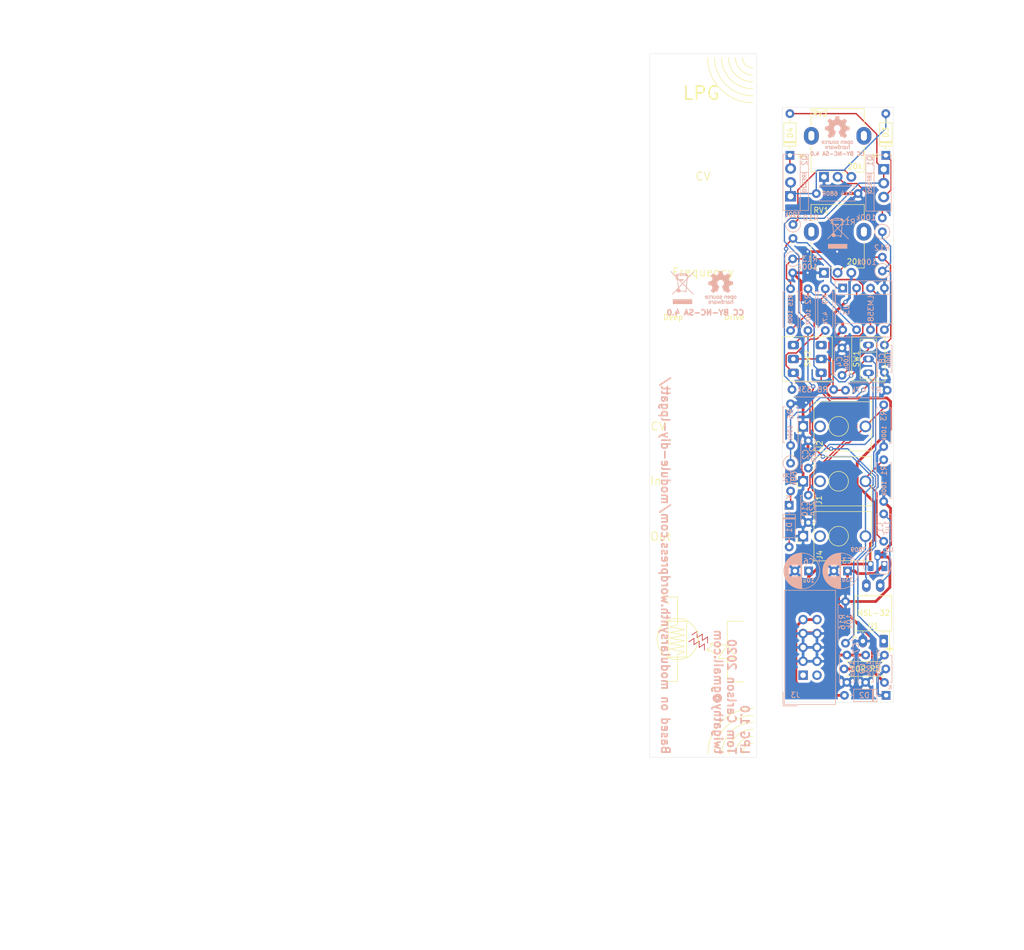
<source format=kicad_pcb>
(kicad_pcb (version 20171130) (host pcbnew "(5.1.4)-1")
  (layers (0 F.Cu signal) (31 B.Cu signal) (34 B.Paste user) (35 F.Paste user) (36 B.SilkS user) (37 F.SilkS user) (38 B.Mask user) (39 F.Mask user) (44 Edge.Cuts user))
  (net 0 "")
  (net 1 "Net-(C1-Pad2)")
  (net 2 "Net-(C1-Pad1)")
  (net 3 Earth)
  (net 4 "Net-(C2-Pad1)")
  (net 5 "Net-(C3-Pad1)")
  (net 6 "Net-(C4-Pad1)")
  (net 7 +9V)
  (net 8 "Net-(C8-Pad1)")
  (net 9 "Net-(C10-Pad1)")
  (net 10 "Net-(D1-Pad2)")
  (net 11 "Net-(D1-Pad1)")
  (net 12 "Net-(D2-Pad2)")
  (net 13 +12V)
  (net 14 "Net-(D3-Pad2)")
  (net 15 "Net-(D3-Pad1)")
  (net 16 "Net-(D4-Pad1)")
  (net 17 "Net-(J4-PadT)")
  (net 18 FREQUENCY)
  (net 19 "Net-(R2-Pad1)")
  (net 20 "Net-(R4-Pad1)")
  (net 21 "Net-(R7-Pad2)")
  (net 22 "Net-(R10-Pad2)")
  (net 23 "Net-(R9-Pad2)")
  (net 24 "Net-(R10-Pad1)")
  (net 25 "Net-(R11-Pad2)")
  (net 26 "Net-(R11-Pad1)")
  (net 27 "Net-(R13-Pad1)")
  (net 28 "Net-(SW1-Pad2)")
  (net 29 "Net-(SW2-Pad6)")
  (net 30 "Net-(J3-Pad2)")
  (net 31 "Net-(J3-Pad1)")
  (module Symbol:WEEE-Logo_4.2x6mm_SilkScreen (layer B.Cu) (at 229.8192 59.8932 180)
    (fp_text reference J26 hide)
    (fp_text value WEEE hide)
  )
  (module Symbol:OSHW-Logo_5.7x6mm_SilkScreen (layer B.Cu) (at 229.7684 41.7068 180)
    (fp_text reference J27 hide)
    (fp_text value OSHW hide)
  )
  (module Symbol:WEEE-Logo_4.2x6mm_SilkScreen (layer B.Cu) (at 201.4728 70.0024 180)
    (fp_text reference J26 hide)
    (fp_text value WEEE hide)
  )
  (module Symbol:OSHW-Logo_5.7x6mm_SilkScreen (layer B.Cu) (at 208.4578 70.0024 180)
    (fp_text reference J27 hide)
    (fp_text value OSHW hide)
  )
  (module Capacitor_THT:C_Disc_D4.7mm_W2.5mm_P5.00mm (layer B.Cu) (at 238.379 142.1765 90)
    (fp_text reference C5 (at 5.588 -1.143 270) (layer B.SilkS) (effects (font (size 0.5 0.5) (thickness 0.1)) (justify mirror)))
    (fp_text value 330n (at 2.54 -1.143 270) (layer B.SilkS) (effects (font (size 0.75 0.75)) (justify mirror)))
    (pad 2 thru_hole circle (at 5 0 90) (size 1.6 1.6) (drill 0.8) (layers *.Cu *.Mask) (net 3 Earth))
    (pad 1 thru_hole circle (at 0 0 90) (size 1.6 1.6) (drill 0.8) (layers *.Cu *.Mask) (net 5 "Net-(C3-Pad1)"))
  )
  (module MountingHole:MountingHole_6mm (layer F.Cu) (at 199.771 83.058)
    (fp_text reference 3 hide)
    (fp_text value MountingHole_6mm)
    (fp_text user Deep (at 0 -7.62) (layer F.SilkS))
    (pad "" np_thru_hole circle (at 0 0) (size 6.1 6.1) (drill 6.1) (layers *.Cu *.Mask))
  )
  (module MountingHole:MountingHole_6mm (layer F.Cu) (at 210.947 83.058)
    (fp_text reference 3 hide)
    (fp_text value MountingHole_6mm)
    (fp_text user Drive (at 0 -7.62) (layer F.SilkS))
    (pad "" np_thru_hole circle (at 0 0) (size 6.1 6.1) (drill 6.1) (layers *.Cu *.Mask))
  )
  (module MountingHole:MountingHole_6mm (layer F.Cu) (at 205.232 59.817)
    (fp_text reference Frequency (at 0 7.3914) (layer F.SilkS) (effects (font (size 1.5 1.5))))
    (fp_text value MountingHole_6mm)
    (pad "" np_thru_hole circle (at 0 0) (size 7.1 7.1) (drill 7.1) (layers *.Cu *.Mask))
  )
  (module MountingHole:MountingHole_6mm (layer F.Cu) (at 205.613 95.4405)
    (fp_text reference 3 hide)
    (fp_text value MountingHole_6mm)
    (pad "" np_thru_hole circle (at 0 0) (size 6.1 6.1) (drill 6.1) (layers *.Cu *.Mask))
  )
  (module MountingHole:MountingHole_6mm (layer F.Cu) (at 205.613 115.57)
    (fp_text reference 5 hide)
    (fp_text value MountingHole_6mm)
    (pad "" np_thru_hole circle (at 0 0) (size 6.1 6.1) (drill 6.1) (layers *.Cu *.Mask))
  )
  (module MountingHole:MountingHole_6mm (layer F.Cu) (at 205.232 42.2275)
    (fp_text reference CV (at 0 7.4676) (layer F.SilkS) (effects (font (size 1.5 1.5))))
    (fp_text value MountingHole_6mm)
    (pad "" np_thru_hole circle (at 0 0) (size 7.1 7.1) (drill 7.1) (layers *.Cu *.Mask))
  )
  (module MountingHole:MountingHole_3.2mm_M3 (layer F.Cu) (at 203.0095 152.781)
    (fp_text reference REF** hide)
    (fp_text value MountingHole_3.2mm_M3)
    (pad "" np_thru_hole oval (at 0 0) (size 6.4 3.2) (drill oval 6.4 3.2) (layers *.Cu *.Mask))
  )
  (module MountingHole:MountingHole_3.2mm_M3 (layer F.Cu) (at 203.0095 30.353)
    (fp_text reference REF** hide)
    (fp_text value MountingHole_3.2mm_M3)
    (pad "" np_thru_hole oval (at 0 0) (size 6.4 3.2) (drill oval 6.4 3.2) (layers *.Cu *.Mask))
  )
  (module MountingHole:MountingHole_6mm (layer F.Cu) (at 205.5495 105.537)
    (fp_text reference 4 hide)
    (fp_text value MountingHole_6mm)
    (pad "" np_thru_hole circle (at 0 0) (size 6.1 6.1) (drill 6.1) (layers *.Cu *.Mask))
  )
  (module Resistor_THT:R_Axial_DIN0207_L6.3mm_D2.5mm_P5.08mm_Vertical (layer B.Cu) (at 221.234 102.108 270)
    (fp_text reference R4 (at 2.7305 0.762 90) (layer B.SilkS) (effects (justify mirror)))
    (fp_text value 68k (at 2.794 -0.635 90) (layer B.SilkS) (effects (justify mirror)))
    (pad 2 thru_hole oval (at 5.08 0 270) (size 1.6 1.6) (drill 0.8) (layers *.Cu *.Mask) (net 11 "Net-(D1-Pad1)"))
    (pad 1 thru_hole circle (at 0 0 270) (size 1.6 1.6) (drill 0.8) (layers *.Cu *.Mask) (net 20 "Net-(R4-Pad1)"))
  )
  (module Resistor_THT:R_Axial_DIN0207_L6.3mm_D2.5mm_P2.54mm_Vertical (layer B.Cu) (at 221.615 64.77 270)
    (fp_text reference R13 (at 0 -3.1115 180) (layer B.SilkS) (effects (justify mirror)))
    (fp_text value 100k (at 1.4605 -2.7305 180) (layer B.SilkS) (effects (justify mirror)))
    (pad 2 thru_hole oval (at 2.54 0 270) (size 1.6 1.6) (drill 0.8) (layers *.Cu *.Mask) (net 3 Earth))
    (pad 1 thru_hole circle (at 0 0 270) (size 1.6 1.6) (drill 0.8) (layers *.Cu *.Mask) (net 27 "Net-(R13-Pad1)"))
  )
  (module Resistor_THT:R_Axial_DIN0207_L6.3mm_D2.5mm_P2.54mm_Vertical (layer B.Cu) (at 237.998 66.9925 90)
    (fp_text reference R12 (at 4.2545 -0.0635 180) (layer B.SilkS) (effects (justify mirror)))
    (fp_text value 100k (at 1.651 -2.8575 180) (layer B.SilkS) (effects (justify mirror)))
    (pad 2 thru_hole oval (at 2.54 0 90) (size 1.6 1.6) (drill 0.8) (layers *.Cu *.Mask) (net 8 "Net-(C8-Pad1)"))
    (pad 1 thru_hole circle (at 0 0 90) (size 1.6 1.6) (drill 0.8) (layers *.Cu *.Mask) (net 26 "Net-(R11-Pad1)"))
  )
  (module Resistor_THT:R_Axial_DIN0207_L6.3mm_D2.5mm_P2.54mm_Vertical (layer B.Cu) (at 237.998 59.817 90)
    (fp_text reference R11 (at 1.778 -6.35 180) (layer B.SilkS) (effects (justify mirror)))
    (fp_text value 100k (at 2.6035 -2.9845 180) (layer B.SilkS) (effects (justify mirror)))
    (pad 2 thru_hole oval (at 2.54 0 90) (size 1.6 1.6) (drill 0.8) (layers *.Cu *.Mask) (net 25 "Net-(R11-Pad2)"))
    (pad 1 thru_hole circle (at 0 0 90) (size 1.6 1.6) (drill 0.8) (layers *.Cu *.Mask) (net 26 "Net-(R11-Pad1)"))
  )
  (module Resistor_THT:R_Axial_DIN0207_L6.3mm_D2.5mm_P2.54mm_Vertical (layer B.Cu) (at 221.6785 58.4835 270)
    (fp_text reference R10 (at -1.2065 -3.2385 180) (layer B.SilkS) (effects (justify mirror)))
    (fp_text value 390k (at -1.8415 0 180) (layer B.SilkS) (effects (font (size 0.8 0.8)) (justify mirror)))
    (pad 2 thru_hole oval (at 2.54 0 270) (size 1.6 1.6) (drill 0.8) (layers *.Cu *.Mask) (net 22 "Net-(R10-Pad2)"))
    (pad 1 thru_hole circle (at 0 0 270) (size 1.6 1.6) (drill 0.8) (layers *.Cu *.Mask) (net 24 "Net-(R10-Pad1)"))
  )
  (module Connector_Audio:Jack_3.5mm_QingPu_WQP-PJ398SM_Vertical_CircularHoles (layer F.Cu) (at 223.52 105.41 90)
    (fp_text reference J1 (at -3.429 2.921 270) (layer F.SilkS))
    (fp_text value AudioJack2)
    (pad T thru_hole circle (at 0 11.4 270) (size 2.13 2.13) (drill 1.43) (layers *.Cu *.Mask) (net 1 "Net-(C1-Pad2)"))
    (pad S thru_hole rect (at 0 0 270) (size 1.93 1.83) (drill 1.22) (layers *.Cu *.Mask) (net 3 Earth))
    (pad TN thru_hole circle (at 0 3.1 270) (size 2.13 2.13) (drill 1.42) (layers *.Cu *.Mask))
  )
  (module Resistor_THT:R_Axial_DIN0207_L6.3mm_D2.5mm_P7.62mm_Horizontal (layer B.Cu) (at 231.267 135.001 90)
    (fp_text reference R16 (at 3.8735 -0.5715 90) (layer B.SilkS) (effects (justify mirror)))
    (fp_text value 10k (at 3.937 0.6985 90) (layer B.SilkS) (effects (justify mirror)))
    (pad 2 thru_hole oval (at 7.62 0 90) (size 1.6 1.6) (drill 0.8) (layers *.Cu *.Mask) (net 3 Earth))
    (pad 1 thru_hole circle (at 0 0 90) (size 1.6 1.6) (drill 0.8) (layers *.Cu *.Mask) (net 17 "Net-(J4-PadT)"))
  )
  (module Resistor_THT:R_Axial_DIN0207_L6.3mm_D2.5mm_P7.62mm_Horizontal (layer B.Cu) (at 221.234 98.8695 90)
    (fp_text reference R6 (at 5.715 0 90) (layer B.SilkS) (effects (justify mirror)))
    (fp_text value 100k (at 2.3495 -0.0635 90) (layer B.SilkS) (effects (font (size 0.75 0.75)) (justify mirror)))
    (pad 2 thru_hole oval (at 7.62 0 90) (size 1.6 1.6) (drill 0.8) (layers *.Cu *.Mask) (net 3 Earth))
    (pad 1 thru_hole circle (at 0 0 90) (size 1.6 1.6) (drill 0.8) (layers *.Cu *.Mask) (net 20 "Net-(R4-Pad1)"))
  )
  (module Resistor_THT:R_Axial_DIN0207_L6.3mm_D2.5mm_P7.62mm_Horizontal (layer B.Cu) (at 221.234 77.851 90)
    (fp_text reference R15 (at 5.5245 0 90) (layer B.SilkS) (effects (font (size 0.75 0.75)) (justify mirror)))
    (fp_text value 100k (at 2.3495 -0.0635 90) (layer B.SilkS) (effects (font (size 0.75 0.75)) (justify mirror)))
    (pad 2 thru_hole oval (at 7.62 0 90) (size 1.6 1.6) (drill 0.8) (layers *.Cu *.Mask) (net 27 "Net-(R13-Pad1)"))
    (pad 1 thru_hole circle (at 0 0 90) (size 1.6 1.6) (drill 0.8) (layers *.Cu *.Mask) (net 18 FREQUENCY))
  )
  (module Resistor_THT:R_Axial_DIN0207_L6.3mm_D2.5mm_P7.62mm_Horizontal (layer B.Cu) (at 238.252 101.473 270)
    (fp_text reference R1 (at 1.9685 -0.0635 90) (layer B.SilkS) (effects (justify mirror)))
    (fp_text value 100k (at 5.2705 -0.0635 90) (layer B.SilkS) (effects (font (size 0.75 0.75)) (justify mirror)))
    (pad 2 thru_hole oval (at 7.62 0 270) (size 1.6 1.6) (drill 0.8) (layers *.Cu *.Mask) (net 3 Earth))
    (pad 1 thru_hole circle (at 0 0 270) (size 1.6 1.6) (drill 0.8) (layers *.Cu *.Mask) (net 1 "Net-(C1-Pad2)"))
  )
  (module Resistor_THT:R_Axial_DIN0207_L6.3mm_D2.5mm_P7.62mm_Horizontal (layer B.Cu) (at 238.252 91.44 270)
    (fp_text reference R3 (at 1.9685 0 90) (layer B.SilkS) (effects (justify mirror)))
    (fp_text value 100k (at 5.207 -0.0635 90) (layer B.SilkS) (effects (font (size 0.75 0.75)) (justify mirror)))
    (pad 2 thru_hole oval (at 7.62 0 270) (size 1.6 1.6) (drill 0.8) (layers *.Cu *.Mask) (net 3 Earth))
    (pad 1 thru_hole circle (at 0 0 270) (size 1.6 1.6) (drill 0.8) (layers *.Cu *.Mask) (net 10 "Net-(D1-Pad2)"))
  )
  (module Resistor_THT:R_Axial_DIN0207_L6.3mm_D2.5mm_P7.62mm_Horizontal (layer B.Cu) (at 221.488 88.646)
    (fp_text reference R8 (at 5.588 0) (layer B.SilkS) (effects (justify mirror)))
    (fp_text value 33k (at 2.286 0) (layer B.SilkS) (effects (justify mirror)))
    (pad 2 thru_hole oval (at 7.62 0) (size 1.6 1.6) (drill 0.8) (layers *.Cu *.Mask) (net 21 "Net-(R7-Pad2)"))
    (pad 1 thru_hole circle (at 0 0) (size 1.6 1.6) (drill 0.8) (layers *.Cu *.Mask) (net 22 "Net-(R10-Pad2)"))
  )
  (module Resistor_THT:R_Axial_DIN0207_L6.3mm_D2.5mm_P7.62mm_Horizontal (layer B.Cu) (at 238.887 88.773 180)
    (fp_text reference R7 (at 2.032 0) (layer B.SilkS) (effects (justify mirror)))
    (fp_text value 47k (at 5.207 0) (layer B.SilkS) (effects (justify mirror)))
    (pad 2 thru_hole oval (at 7.62 0 180) (size 1.6 1.6) (drill 0.8) (layers *.Cu *.Mask) (net 21 "Net-(R7-Pad2)"))
    (pad 1 thru_hole circle (at 0 0 180) (size 1.6 1.6) (drill 0.8) (layers *.Cu *.Mask) (net 3 Earth))
  )
  (module Package_DIP:DIP-8_W7.62mm_Socket (layer B.Cu) (at 230.759 70.104 270)
    (fp_text reference U3 (at 3.937 -0.6985 90) (layer B.SilkS) (effects (justify mirror)))
    (fp_text value LM358 (at 3.7465 -5.1435 90) (layer B.SilkS) (effects (justify mirror)))
    (pad 8 thru_hole oval (at 7.62 0 270) (size 1.6 1.6) (drill 0.8) (layers *.Cu *.Mask) (net 7 +9V))
    (pad 4 thru_hole oval (at 0 -7.62 270) (size 1.6 1.6) (drill 0.8) (layers *.Cu *.Mask) (net 3 Earth))
    (pad 7 thru_hole oval (at 7.62 -2.54 270) (size 1.6 1.6) (drill 0.8) (layers *.Cu *.Mask) (net 18 FREQUENCY))
    (pad 3 thru_hole oval (at 0 -5.08 270) (size 1.6 1.6) (drill 0.8) (layers *.Cu *.Mask) (net 20 "Net-(R4-Pad1)"))
    (pad 6 thru_hole oval (at 7.62 -5.08 270) (size 1.6 1.6) (drill 0.8) (layers *.Cu *.Mask) (net 27 "Net-(R13-Pad1)"))
    (pad 2 thru_hole oval (at 0 -2.54 270) (size 1.6 1.6) (drill 0.8) (layers *.Cu *.Mask) (net 21 "Net-(R7-Pad2)"))
    (pad 5 thru_hole oval (at 7.62 -7.62 270) (size 1.6 1.6) (drill 0.8) (layers *.Cu *.Mask) (net 26 "Net-(R11-Pad1)"))
    (pad 1 thru_hole rect (at 0 0 270) (size 1.6 1.6) (drill 0.8) (layers *.Cu *.Mask) (net 22 "Net-(R10-Pad2)"))
  )
  (module Package_TO_SOT_THT:TO-92_HandSolder (layer B.Cu) (at 238.379 120.523 180)
    (fp_text reference U2 (at -0.889 2.6035) (layer B.SilkS) (effects (font (size 0.75 0.75)) (justify mirror)))
    (fp_text value L7809 (at 4.445 2.6035) (layer B.SilkS) (effects (font (size 0.75 0.75)) (justify mirror)))
    (pad 1 thru_hole rect (at 0 0 180) (size 1.1 1.8) (drill 0.75 (offset 0 -0.4)) (layers *.Cu *.Mask) (net 5 "Net-(C3-Pad1)"))
    (pad 3 thru_hole roundrect (at 2.54 0 180) (size 1.1 1.8) (drill 0.75 (offset 0 -0.4)) (layers *.Cu *.Mask) (net 7 +9V))
    (pad 2 thru_hole roundrect (at 1.27 1.27 180) (size 1.1 1.8) (drill 0.75 (offset 0 0.4)) (layers *.Cu *.Mask) (net 3 Earth))
  )
  (module OptoDevice:Luna_NSL-32 (layer F.Cu) (at 238.252 134.62 90)
    (fp_text reference U1 (at 2.794 -1.905) (layer F.SilkS))
    (fp_text value NSL-32 (at 5.13 -1.8415) (layer F.SilkS))
    (pad 4 thru_hole oval (at 10.16 -0.64 90) (size 2.29 1.57) (drill 0.81) (layers *.Cu *.Mask) (net 2 "Net-(C1-Pad1)"))
    (pad 3 thru_hole oval (at 10.16 -3.17 90) (size 2.29 1.57) (drill 0.81) (layers *.Cu *.Mask) (net 28 "Net-(SW1-Pad2)"))
    (pad 2 thru_hole oval (at 0 -3.81 90) (size 2.29 1.57) (drill 0.81) (layers *.Cu *.Mask) (net 3 Earth))
    (pad 1 thru_hole roundrect (at 0 0 90) (size 2.29 1.57) (drill 0.81) (layers *.Cu *.Mask) (roundrect_rratio 0.159) (net 19 "Net-(R2-Pad1)"))
  )
  (module RS:submicrothonk (layer F.Cu) (at 224.155 83.058)
    (fp_text reference SW2 (at 0.1905 -0.0635 90) (layer F.SilkS))
    (fp_text value SW_DPDT_x2)
    (pad 6 thru_hole roundrect (at 2.667 -2.54) (size 2 1.524) (drill 0.8) (layers *.Cu *.Mask) (net 29 "Net-(SW2-Pad6)"))
    (pad 5 thru_hole roundrect (at 2.667 0) (size 2 1.524) (drill 0.8) (layers *.Cu *.Mask) (net 28 "Net-(SW1-Pad2)"))
    (pad 4 thru_hole roundrect (at 2.667 2.54) (size 2 1.524) (drill 0.8) (layers *.Cu *.Mask) (net 9 "Net-(C10-Pad1)"))
    (pad 3 thru_hole roundrect (at -2.413 -2.54) (size 2 1.524) (drill 0.8) (layers *.Cu *.Mask) (net 23 "Net-(R9-Pad2)"))
    (pad 2 thru_hole roundrect (at -2.413 0) (size 2 1.524) (drill 0.8) (layers *.Cu *.Mask) (net 28 "Net-(SW1-Pad2)"))
    (pad 1 thru_hole roundrect (at -2.413 2.54) (size 2 1.524) (drill 0.8) (layers *.Cu *.Mask) (net 17 "Net-(J4-PadT)"))
  )
  (module RS:sub-mini-spdt-thonk (layer F.Cu) (at 235.331 83.058 180)
    (fp_text reference SW1 (at 2.0955 0 270) (layer F.SilkS))
    (fp_text value SW_SPDT)
    (pad 3 thru_hole oval (at -0.127 -2.54 270) (size 1.2 2) (drill 0.8) (layers *.Cu *.Mask) (net 4 "Net-(C2-Pad1)"))
    (pad 2 thru_hole oval (at -0.127 0 270) (size 1.2 2) (drill 0.8) (layers *.Cu *.Mask) (net 28 "Net-(SW1-Pad2)"))
    (pad 1 thru_hole oval (at -0.127 2.54 270) (size 1.2 2) (drill 0.8) (layers *.Cu *.Mask) (net 6 "Net-(C4-Pad1)"))
  )
  (module Potentiometer_THT:Potentiometer_Alpha_RD901F-40-00D_Single_Vertical (layer F.Cu) (at 227.33 49.784 90)
    (fp_text reference RV2 (at 11.557 -0.6985) (layer F.SilkS))
    (fp_text value 20k (at 1.905 5.6515) (layer F.SilkS))
    (pad "" thru_hole oval (at 7.5 -2.3 180) (size 2.72 3.24) (drill oval 1.1 1.8) (layers *.Cu *.Mask))
    (pad "" thru_hole oval (at 7.5 7.3 180) (size 2.72 3.24) (drill oval 1.1 1.8) (layers *.Cu *.Mask))
    (pad 3 thru_hole circle (at 0 5 180) (size 1.8 1.8) (drill 1) (layers *.Cu *.Mask) (net 24 "Net-(R10-Pad1)"))
    (pad 2 thru_hole circle (at 0 2.5 180) (size 1.8 1.8) (drill 1) (layers *.Cu *.Mask) (net 25 "Net-(R11-Pad2)"))
    (pad 1 thru_hole rect (at 0 0 180) (size 1.8 1.8) (drill 1) (layers *.Cu *.Mask) (net 3 Earth))
  )
  (module Potentiometer_THT:Potentiometer_Alpha_RD901F-40-00D_Single_Vertical (layer F.Cu) (at 227.33 67.31 90)
    (fp_text reference RV1 (at 11.43 -0.508) (layer F.SilkS))
    (fp_text value 20k (at 2.032 5.5245) (layer F.SilkS))
    (pad "" thru_hole oval (at 7.5 -2.3 180) (size 2.72 3.24) (drill oval 1.1 1.8) (layers *.Cu *.Mask))
    (pad "" thru_hole oval (at 7.5 7.3 180) (size 2.72 3.24) (drill oval 1.1 1.8) (layers *.Cu *.Mask))
    (pad 3 thru_hole circle (at 0 5 180) (size 1.8 1.8) (drill 1) (layers *.Cu *.Mask) (net 7 +9V))
    (pad 2 thru_hole circle (at 0 2.5 180) (size 1.8 1.8) (drill 1) (layers *.Cu *.Mask) (net 8 "Net-(C8-Pad1)"))
    (pad 1 thru_hole rect (at 0 0 180) (size 1.8 1.8) (drill 1) (layers *.Cu *.Mask) (net 3 Earth))
  )
  (module Resistor_THT:R_Axial_DIN0207_L6.3mm_D2.5mm_P7.62mm_Horizontal (layer B.Cu) (at 233.553 52.832 180)
    (fp_text reference R14 (at 2.0955 0) (layer B.SilkS) (effects (font (size 0.75 0.75)) (justify mirror)))
    (fp_text value 680R (at 5.1435 0) (layer B.SilkS) (effects (font (size 0.75 0.75)) (justify mirror)))
    (pad 2 thru_hole oval (at 7.62 0 180) (size 1.6 1.6) (drill 0.8) (layers *.Cu *.Mask) (net 14 "Net-(D3-Pad2)"))
    (pad 1 thru_hole circle (at 0 0 180) (size 1.6 1.6) (drill 0.8) (layers *.Cu *.Mask) (net 3 Earth))
  )
  (module Resistor_THT:R_Axial_DIN0207_L6.3mm_D2.5mm_P7.62mm_Horizontal (layer B.Cu) (at 227.584 77.851 90)
    (fp_text reference R9 (at 5.715 0 90) (layer B.SilkS) (effects (justify mirror)))
    (fp_text value 4.7k (at 2.2225 0 90) (layer B.SilkS) (effects (font (size 0.75 0.75)) (justify mirror)))
    (pad 2 thru_hole oval (at 7.62 0 90) (size 1.6 1.6) (drill 0.8) (layers *.Cu *.Mask) (net 23 "Net-(R9-Pad2)"))
    (pad 1 thru_hole circle (at 0 0 90) (size 1.6 1.6) (drill 0.8) (layers *.Cu *.Mask) (net 17 "Net-(J4-PadT)"))
  )
  (module Resistor_THT:R_Axial_DIN0207_L6.3mm_D2.5mm_P7.62mm_Horizontal (layer F.Cu) (at 231.013 139.7)
    (fp_text reference R5 (at 5.715 -0.0635) (layer F.SilkS))
    (fp_text value 10R (at 2.54 0) (layer F.SilkS))
    (pad 2 thru_hole oval (at 7.62 0) (size 1.6 1.6) (drill 0.8) (layers *.Cu *.Mask) (net 13 +12V))
    (pad 1 thru_hole circle (at 0 0) (size 1.6 1.6) (drill 0.8) (layers *.Cu *.Mask) (net 5 "Net-(C3-Pad1)"))
  )
  (module Resistor_THT:R_Axial_DIN0207_L6.3mm_D2.5mm_P7.62mm_Horizontal (layer B.Cu) (at 224.409 77.851 90)
    (fp_text reference R2 (at 5.715 0 90) (layer B.SilkS) (effects (justify mirror)))
    (fp_text value 100R (at 2.4765 0.0635 90) (layer B.SilkS) (effects (font (size 0.75 0.75)) (justify mirror)))
    (pad 2 thru_hole oval (at 7.62 0 90) (size 1.6 1.6) (drill 0.8) (layers *.Cu *.Mask) (net 18 FREQUENCY))
    (pad 1 thru_hole circle (at 0 0 90) (size 1.6 1.6) (drill 0.8) (layers *.Cu *.Mask) (net 19 "Net-(R2-Pad1)"))
  )
  (module Package_TO_SOT_THT:TO-220-3_Vertical (layer B.Cu) (at 221.234 53.34 90)
    (fp_text reference Q2 (at 6.604 2.54 90) (layer B.SilkS) (effects (justify mirror)))
    (fp_text value IRF520 (at 2.54 2.54 90) (layer B.SilkS) (effects (font (size 0.7 0.7)) (justify mirror)))
    (pad 3 thru_hole oval (at 5.08 0 90) (size 1.905 2) (drill 1.1) (layers *.Cu *.Mask) (net 16 "Net-(D4-Pad1)"))
    (pad 2 thru_hole oval (at 2.54 0 90) (size 1.905 2) (drill 1.1) (layers *.Cu *.Mask) (net 14 "Net-(D3-Pad2)"))
    (pad 1 thru_hole rect (at 0 0 90) (size 1.905 2) (drill 1.1) (layers *.Cu *.Mask) (net 14 "Net-(D3-Pad2)"))
  )
  (module Package_TO_SOT_THT:TO-220-3_Vertical (layer B.Cu) (at 238.252 48.387 270)
    (fp_text reference Q1 (at -1.524 2.4765 270) (layer B.SilkS) (effects (justify mirror)))
    (fp_text value IRF520 (at 2.54 2.54 90) (layer B.SilkS) (effects (font (size 0.7 0.7)) (justify mirror)))
    (pad 3 thru_hole oval (at 5.08 0 270) (size 1.905 2) (drill 1.1) (layers *.Cu *.Mask) (net 15 "Net-(D3-Pad1)"))
    (pad 2 thru_hole oval (at 2.54 0 270) (size 1.905 2) (drill 1.1) (layers *.Cu *.Mask) (net 9 "Net-(C10-Pad1)"))
    (pad 1 thru_hole rect (at 0 0 270) (size 1.905 2) (drill 1.1) (layers *.Cu *.Mask) (net 9 "Net-(C10-Pad1)"))
  )
  (module Connector_Audio:Jack_3.5mm_QingPu_WQP-PJ398SM_Vertical_CircularHoles (layer F.Cu) (at 223.52 115.443 90)
    (fp_text reference J4 (at -3.429 3.048 270) (layer F.SilkS))
    (fp_text value AudioJack2)
    (pad T thru_hole circle (at 0 11.4 270) (size 2.13 2.13) (drill 1.43) (layers *.Cu *.Mask) (net 17 "Net-(J4-PadT)"))
    (pad S thru_hole rect (at 0 0 270) (size 1.93 1.83) (drill 1.22) (layers *.Cu *.Mask) (net 3 Earth))
    (pad TN thru_hole circle (at 0 3.1 270) (size 2.13 2.13) (drill 1.42) (layers *.Cu *.Mask))
  )
  (module Connector_IDC:IDC-Header_2x05_P2.54mm_Vertical (layer B.Cu) (at 223.52 140.843)
    (fp_text reference J3 (at -1.397 3.6195) (layer B.SilkS) (effects (justify mirror)))
    (fp_text value Conn_02x05_Odd_Even)
    (pad 10 thru_hole oval (at 2.54 -10.16) (size 1.7272 1.7272) (drill 1.016) (layers *.Cu *.Mask) (net 12 "Net-(D2-Pad2)"))
    (pad 9 thru_hole oval (at 0 -10.16) (size 1.7272 1.7272) (drill 1.016) (layers *.Cu *.Mask) (net 12 "Net-(D2-Pad2)"))
    (pad 8 thru_hole oval (at 2.54 -7.62) (size 1.7272 1.7272) (drill 1.016) (layers *.Cu *.Mask) (net 3 Earth))
    (pad 7 thru_hole oval (at 0 -7.62) (size 1.7272 1.7272) (drill 1.016) (layers *.Cu *.Mask) (net 3 Earth))
    (pad 6 thru_hole oval (at 2.54 -5.08) (size 1.7272 1.7272) (drill 1.016) (layers *.Cu *.Mask) (net 3 Earth))
    (pad 5 thru_hole oval (at 0 -5.08) (size 1.7272 1.7272) (drill 1.016) (layers *.Cu *.Mask) (net 3 Earth))
    (pad 4 thru_hole oval (at 2.54 -2.54) (size 1.7272 1.7272) (drill 1.016) (layers *.Cu *.Mask) (net 3 Earth))
    (pad 3 thru_hole oval (at 0 -2.54) (size 1.7272 1.7272) (drill 1.016) (layers *.Cu *.Mask) (net 3 Earth))
    (pad 2 thru_hole oval (at 2.54 0) (size 1.7272 1.7272) (drill 1.016) (layers *.Cu *.Mask) (net 30 "Net-(J3-Pad2)"))
    (pad 1 thru_hole rect (at 0 0) (size 1.7272 1.7272) (drill 1.016) (layers *.Cu *.Mask) (net 31 "Net-(J3-Pad1)"))
  )
  (module Connector_Audio:Jack_3.5mm_QingPu_WQP-PJ398SM_Vertical_CircularHoles (layer F.Cu) (at 223.52 95.377 90)
    (fp_text reference J2 (at -3.429 3.048 270) (layer F.SilkS))
    (fp_text value AudioJack2)
    (pad T thru_hole circle (at 0 11.4 270) (size 2.13 2.13) (drill 1.43) (layers *.Cu *.Mask) (net 10 "Net-(D1-Pad2)"))
    (pad S thru_hole rect (at 0 0 270) (size 1.93 1.83) (drill 1.22) (layers *.Cu *.Mask) (net 3 Earth))
    (pad TN thru_hole circle (at 0 3.1 270) (size 2.13 2.13) (drill 1.42) (layers *.Cu *.Mask))
  )
  (module Diode_THT:D_DO-35_SOD27_P7.62mm_Horizontal (layer F.Cu) (at 221.107 45.847 90)
    (fp_text reference D4 (at 4.1275 0.0635 270) (layer F.SilkS))
    (fp_text value 1N34A)
    (fp_text user K (at 0 2.0955 270) (layer F.SilkS))
    (pad 2 thru_hole oval (at 7.62 0 90) (size 1.6 1.6) (drill 0.8) (layers *.Cu *.Mask) (net 9 "Net-(C10-Pad1)"))
    (pad 1 thru_hole rect (at 0 0 90) (size 1.6 1.6) (drill 0.8) (layers *.Cu *.Mask) (net 16 "Net-(D4-Pad1)"))
  )
  (module Diode_THT:D_DO-35_SOD27_P7.62mm_Horizontal (layer F.Cu) (at 238.633 45.847 90)
    (fp_text reference D3 (at 4.191 0 270) (layer F.SilkS))
    (fp_text value 1N34A)
    (fp_text user K (at 0 -1.9685 270) (layer F.SilkS))
    (pad 2 thru_hole oval (at 7.62 0 90) (size 1.6 1.6) (drill 0.8) (layers *.Cu *.Mask) (net 14 "Net-(D3-Pad2)"))
    (pad 1 thru_hole rect (at 0 0 90) (size 1.6 1.6) (drill 0.8) (layers *.Cu *.Mask) (net 15 "Net-(D3-Pad1)"))
  )
  (module Diode_THT:D_DO-35_SOD27_P7.62mm_Horizontal (layer B.Cu) (at 238.6965 144.526 180)
    (fp_text reference D2 (at 4.0005 0) (layer B.SilkS) (effects (justify mirror)))
    (fp_text value D_Schottky)
    (fp_text user K (at -0.6985 1.4605) (layer B.SilkS) (effects (font (size 0.75 0.75)) (justify mirror)))
    (pad 2 thru_hole oval (at 7.62 0 180) (size 1.6 1.6) (drill 0.8) (layers *.Cu *.Mask) (net 12 "Net-(D2-Pad2)"))
    (pad 1 thru_hole rect (at 0 0 180) (size 1.6 1.6) (drill 0.8) (layers *.Cu *.Mask) (net 13 +12V))
  )
  (module Diode_THT:D_DO-35_SOD27_P7.62mm_Horizontal (layer B.Cu) (at 220.98 109.7915 270)
    (fp_text reference D1 (at 4.064 0 90) (layer B.SilkS) (effects (justify mirror)))
    (fp_text value 1N4148)
    (fp_text user K (at -1.4605 0 90) (layer B.SilkS) (effects (justify mirror)))
    (pad 2 thru_hole oval (at 7.62 0 270) (size 1.6 1.6) (drill 0.8) (layers *.Cu *.Mask) (net 10 "Net-(D1-Pad2)"))
    (pad 1 thru_hole rect (at 0 0 270) (size 1.6 1.6) (drill 0.8) (layers *.Cu *.Mask) (net 11 "Net-(D1-Pad1)"))
  )
  (module Capacitor_THT:C_Disc_D4.7mm_W2.5mm_P5.00mm (layer B.Cu) (at 224.4725 107.95 270)
    (fp_text reference C10 (at 2.4765 0.635 90) (layer B.SilkS) (effects (justify mirror)))
    (fp_text value 22n (at 2.413 -0.6985 90) (layer B.SilkS) (effects (justify mirror)))
    (pad 2 thru_hole circle (at 5 0 270) (size 1.6 1.6) (drill 0.8) (layers *.Cu *.Mask) (net 3 Earth))
    (pad 1 thru_hole circle (at 0 0 270) (size 1.6 1.6) (drill 0.8) (layers *.Cu *.Mask) (net 9 "Net-(C10-Pad1)"))
  )
  (module Capacitor_THT:C_Disc_D4.7mm_W2.5mm_P5.00mm (layer B.Cu) (at 234.95 137.16 270)
    (fp_text reference C9 (at 2.4765 0.5715 270) (layer B.SilkS) (effects (justify mirror)))
    (fp_text value 100n (at 2.54 -0.5715 270) (layer B.SilkS) (effects (font (size 0.75 0.75)) (justify mirror)))
    (pad 2 thru_hole circle (at 5 0 270) (size 1.6 1.6) (drill 0.8) (layers *.Cu *.Mask) (net 3 Earth))
    (pad 1 thru_hole circle (at 0 0 270) (size 1.6 1.6) (drill 0.8) (layers *.Cu *.Mask) (net 7 +9V))
  )
  (module Capacitor_THT:C_Disc_D4.7mm_W2.5mm_P5.00mm (layer B.Cu) (at 238.379 80.518 270)
    (fp_text reference C8 (at 2.413 0.4445 90) (layer B.SilkS) (effects (justify mirror)))
    (fp_text value 100n (at 2.6035 -0.762 90) (layer B.SilkS) (effects (font (size 0.75 0.75)) (justify mirror)))
    (pad 2 thru_hole circle (at 5 0 270) (size 1.6 1.6) (drill 0.8) (layers *.Cu *.Mask) (net 3 Earth))
    (pad 1 thru_hole circle (at 0 0 270) (size 1.6 1.6) (drill 0.8) (layers *.Cu *.Mask) (net 8 "Net-(C8-Pad1)"))
  )
  (module Capacitor_THT:C_Disc_D4.7mm_W2.5mm_P5.00mm (layer B.Cu) (at 231.521 137.16 270)
    (fp_text reference C7 (at -1.27 -1.651 270) (layer B.SilkS) (effects (justify mirror)))
    (fp_text value 100n (at 2.54 -0.889 270) (layer B.SilkS) (effects (font (size 0.75 0.75)) (justify mirror)))
    (pad 2 thru_hole circle (at 5 0 270) (size 1.6 1.6) (drill 0.8) (layers *.Cu *.Mask) (net 3 Earth))
    (pad 1 thru_hole circle (at 0 0 270) (size 1.6 1.6) (drill 0.8) (layers *.Cu *.Mask) (net 7 +9V))
  )
  (module Capacitor_THT:CP_Radial_D6.3mm_P2.50mm (layer B.Cu) (at 224.536 121.793 180)
    (fp_text reference C6 (at 0 1.7145) (layer B.SilkS) (effects (justify mirror)))
    (fp_text value 10u (at 0 -1.7145) (layer B.SilkS) (effects (font (size 0.75 0.75)) (justify mirror)))
    (pad 2 thru_hole circle (at 2.5 0 180) (size 1.6 1.6) (drill 0.8) (layers *.Cu *.Mask) (net 3 Earth))
    (pad 1 thru_hole rect (at 0 0 180) (size 1.6 1.6) (drill 0.8) (layers *.Cu *.Mask) (net 7 +9V))
  )
  (module Capacitor_THT:C_Disc_D4.7mm_W2.5mm_P5.00mm (layer B.Cu) (at 230.632 86.0425 90)
    (fp_text reference C4 (at 2.5 -0.4445 90) (layer B.SilkS) (effects (justify mirror)))
    (fp_text value 100n (at 2.3495 0.762 90) (layer B.SilkS) (effects (font (size 0.75 0.75)) (justify mirror)))
    (pad 2 thru_hole circle (at 5 0 90) (size 1.6 1.6) (drill 0.8) (layers *.Cu *.Mask) (net 3 Earth))
    (pad 1 thru_hole circle (at 0 0 90) (size 1.6 1.6) (drill 0.8) (layers *.Cu *.Mask) (net 6 "Net-(C4-Pad1)"))
  )
  (module Capacitor_THT:CP_Radial_D6.3mm_P2.50mm (layer B.Cu) (at 231.648 121.793 180)
    (fp_text reference C3 (at 0.0635 1.8415) (layer B.SilkS) (effects (justify mirror)))
    (fp_text value 33u (at 0 -1.5875) (layer B.SilkS) (effects (font (size 0.75 0.75)) (justify mirror)))
    (pad 2 thru_hole circle (at 2.5 0 180) (size 1.6 1.6) (drill 0.8) (layers *.Cu *.Mask) (net 3 Earth))
    (pad 1 thru_hole rect (at 0 0 180) (size 1.6 1.6) (drill 0.8) (layers *.Cu *.Mask) (net 5 "Net-(C3-Pad1)"))
  )
  (module Capacitor_THT:C_Disc_D4.7mm_W2.5mm_P5.00mm (layer B.Cu) (at 224.4725 102.997 90)
    (fp_text reference C2 (at 2.4765 -0.508 90) (layer B.SilkS) (effects (justify mirror)))
    (fp_text value 22n (at 2.4765 0.762 90) (layer B.SilkS) (effects (justify mirror)))
    (pad 2 thru_hole circle (at 5 0 90) (size 1.6 1.6) (drill 0.8) (layers *.Cu *.Mask) (net 3 Earth))
    (pad 1 thru_hole circle (at 0 0 90) (size 1.6 1.6) (drill 0.8) (layers *.Cu *.Mask) (net 4 "Net-(C2-Pad1)"))
  )
  (module Capacitor_THT:C_Disc_D4.7mm_W2.5mm_P5.00mm (layer B.Cu) (at 238.252 111.379 270)
    (fp_text reference C1 (at 2.5 0.635 90) (layer B.SilkS) (effects (justify mirror)))
    (fp_text value 1uF (at 2.6035 -0.5715 90) (layer B.SilkS) (effects (justify mirror)))
    (pad 2 thru_hole circle (at 5 0 270) (size 1.6 1.6) (drill 0.8) (layers *.Cu *.Mask) (net 1 "Net-(C1-Pad2)"))
    (pad 1 thru_hole circle (at 0 0 270) (size 1.6 1.6) (drill 0.8) (layers *.Cu *.Mask) (net 2 "Net-(C1-Pad1)"))
  )
  (gr_text "CC BY-NC-SA 4.0" (at 229.7684 45.5676) (layer B.SilkS) (effects (font (size 0.7 0.7) (thickness 0.175)) (justify mirror)))
  (gr_text "CC BY-NC-SA 4.0" (at 205.6638 74.5744) (layer B.SilkS) (effects (font (size 1 1) (thickness 0.25)) (justify mirror)))
  (gr_line (start 200.5965 126.5555) (end 200.5965 131.0005) (layer F.SilkS) (width 0.12))
  (gr_line (start 209.7405 137.795) (end 209.7405 142.0495) (layer F.SilkS) (width 0.12))
  (gr_circle (center 200.5965 134.2476) (end 204.343 133.9936) (layer F.SilkS) (width 0.12))
  (gr_line (start 209.677 131.0005) (end 209.677 135.255) (layer F.SilkS) (width 0.12))
  (gr_line (start 204.1525 132.842) (end 203.2 133.477) (layer F.Cu) (width 0.12))
  (gr_line (start 204.1525 133.985) (end 204.1525 132.842) (layer F.Cu) (width 0.12))
  (gr_line (start 205.105 134.493) (end 205.105 133.35) (layer F.Cu) (width 0.12))
  (gr_line (start 205.105 133.35) (end 204.1525 133.985) (layer F.Cu) (width 0.12))
  (gr_line (start 206.0575 135.001) (end 206.0575 133.858) (layer F.Cu) (width 0.12))
  (gr_line (start 206.0575 133.858) (end 205.105 134.493) (layer F.Cu) (width 0.12))
  (gr_line (start 203.581 135.255) (end 203.581 134.112) (layer F.Cu) (width 0.12))
  (gr_line (start 203.581 134.112) (end 202.6285 134.747) (layer F.Cu) (width 0.12))
  (gr_line (start 204.5335 135.763) (end 204.5335 134.62) (layer F.Cu) (width 0.12))
  (gr_line (start 204.5335 134.62) (end 203.581 135.255) (layer F.Cu) (width 0.12))
  (gr_line (start 200.5965 137.033) (end 200.5965 137.6045) (layer F.SilkS) (width 0.12))
  (gr_line (start 201.8665 136.5885) (end 200.5965 137.033) (layer F.SilkS) (width 0.12))
  (gr_line (start 199.1995 136.0805) (end 201.8665 136.5885) (layer F.SilkS) (width 0.12))
  (gr_line (start 201.8665 135.5725) (end 199.1995 136.0805) (layer F.SilkS) (width 0.12))
  (gr_line (start 199.1995 135.0645) (end 201.8665 135.5725) (layer F.SilkS) (width 0.12))
  (gr_line (start 201.8665 134.5565) (end 199.1995 135.0645) (layer F.SilkS) (width 0.12))
  (gr_line (start 199.1995 134.0485) (end 201.8665 134.5565) (layer F.SilkS) (width 0.12))
  (gr_line (start 199.1995 133.0325) (end 201.8665 133.5405) (layer F.SilkS) (width 0.12))
  (gr_line (start 201.8665 133.5405) (end 199.1995 134.0485) (layer F.SilkS) (width 0.12))
  (gr_line (start 201.8665 132.5245) (end 199.1995 133.0325) (layer F.SilkS) (width 0.12))
  (gr_line (start 199.1995 132.0165) (end 201.8665 132.5245) (layer F.SilkS) (width 0.12))
  (gr_line (start 200.5965 131.572) (end 199.1995 132.0165) (layer F.SilkS) (width 0.12))
  (gr_line (start 200.5965 131.0005) (end 200.5965 131.572) (layer F.SilkS) (width 0.12))
  (gr_line (start 205.486 135.128) (end 204.5335 135.763) (layer F.Cu) (width 0.12))
  (gr_line (start 205.486 136.271) (end 205.486 135.128) (layer F.Cu) (width 0.12))
  (gr_line (start 206.5655 135.0645) (end 207.137 134.874) (layer F.SilkS) (width 0.12))
  (gr_line (start 206.5655 135.0645) (end 206.756 135.636) (layer F.SilkS) (width 0.12))
  (gr_line (start 208.2165 136.017) (end 206.5655 135.0645) (layer F.SilkS) (width 0.12))
  (gr_line (start 209.677 131.0005) (end 212.598 131.0005) (layer F.SilkS) (width 0.12))
  (gr_line (start 205.994 136.017) (end 206.5655 135.8265) (layer F.SilkS) (width 0.12))
  (gr_line (start 205.994 136.017) (end 206.1845 136.5885) (layer F.SilkS) (width 0.12))
  (gr_line (start 207.645 136.9695) (end 205.994 136.017) (layer F.SilkS) (width 0.12))
  (gr_line (start 208.026 135.3185) (end 211.328 135.3185) (layer F.SilkS) (width 0.12))
  (gr_line (start 209.677 135.382) (end 211.328 137.795) (layer F.SilkS) (width 0.12))
  (gr_line (start 209.677 135.382) (end 208.026 137.795) (layer F.SilkS) (width 0.12))
  (gr_line (start 208.026 137.795) (end 211.328 137.795) (layer F.SilkS) (width 0.12))
  (gr_line (start 209.7405 137.795) (end 209.7405 141.224) (layer F.SilkS) (width 0.12))
  (gr_line (start 209.7405 142.0495) (end 212.6615 142.0495) (layer F.SilkS) (width 0.12))
  (gr_line (start 197.739 126.5555) (end 199.009 127.8255) (layer F.SilkS) (width 0.12))
  (gr_line (start 197.739 126.5555) (end 199.009 125.2855) (layer F.SilkS) (width 0.12))
  (gr_line (start 200.5965 137.541) (end 200.5965 141.986) (layer F.SilkS) (width 0.12))
  (gr_line (start 197.739 141.986) (end 200.5965 141.986) (layer F.SilkS) (width 0.12))
  (gr_line (start 202.2475 131.0005) (end 200.4695 131.0005) (layer F.SilkS) (width 0.12))
  (gr_line (start 202.2475 137.541) (end 202.2475 131.0005) (layer F.SilkS) (width 0.12))
  (gr_line (start 198.9455 137.541) (end 202.2475 137.541) (layer F.SilkS) (width 0.12))
  (gr_line (start 198.9455 131.0005) (end 198.9455 137.541) (layer F.SilkS) (width 0.12))
  (gr_line (start 200.4695 131.0005) (end 198.9455 131.0005) (layer F.SilkS) (width 0.12))
  (gr_line (start 200.5965 127.3175) (end 200.5965 131.0005) (layer F.SilkS) (width 0.12))
  (gr_line (start 197.739 126.5555) (end 200.5965 126.5555) (layer F.SilkS) (width 0.12))
  (gr_text Out (at 197.485 115.5065) (layer F.SilkS) (effects (font (size 1.5 1.5))))
  (gr_text In (at 196.596 105.3465) (layer F.SilkS) (effects (font (size 1.5 1.5))))
  (gr_text CV (at 197.0405 95.377) (layer F.SilkS) (effects (font (size 1.5 1.5))))
  (gr_text "LPG 1.0\nTom Carlson 2020\ntwigathy@gmail.com\n\n\n\nBased on modularsynth.wordpress.com/module-diy-lpgatt/" (at 205.613 155.448 270) (layer B.SilkS) (effects (font (size 1.5 1.5) (thickness 0.3)) (justify left mirror)))
  (gr_text LPG (at 204.9145 34.4805) (layer F.SilkS) (effects (font (size 2.4 2.4) (thickness 0.3))))
  (gr_arc (start 214.3379 27.9781) (end 211.1629 27.9781) (angle -90) (layer F.SilkS) (width 0.12))
  (gr_line (start 195.5165 155.829) (end 195.5165 27.305) (layer Edge.Cuts) (width 0.05))
  (gr_arc (start 214.3379 27.9781) (end 208.6229 27.9781) (angle -90) (layer F.SilkS) (width 0.12))
  (gr_line (start 215.0745 155.829) (end 195.5165 155.829) (layer Edge.Cuts) (width 0.05))
  (gr_arc (start 214.3379 27.9781) (end 206.0829 27.9781) (angle -90) (layer F.SilkS) (width 0.12))
  (gr_arc (start 214.3887 155.194) (end 214.3887 150.749) (angle -90) (layer F.SilkS) (width 0.12))
  (gr_arc (start 214.3887 155.194) (end 214.3887 146.939) (angle -90) (layer F.SilkS) (width 0.12))
  (gr_arc (start 214.3887 155.194) (end 214.3887 149.479) (angle -90) (layer F.SilkS) (width 0.12))
  (gr_arc (start 214.3379 27.9781) (end 212.4329 27.9781) (angle -90) (layer F.SilkS) (width 0.12))
  (gr_arc (start 214.3887 155.194) (end 214.3887 152.019) (angle -90) (layer F.SilkS) (width 0.12))
  (gr_arc (start 214.3379 27.9781) (end 209.8929 27.9781) (angle -90) (layer F.SilkS) (width 0.12))
  (gr_arc (start 214.3379 27.9781) (end 207.3529 27.9781) (angle -90) (layer F.SilkS) (width 0.12))
  (gr_arc (start 214.3887 155.194) (end 214.3887 148.209) (angle -90) (layer F.SilkS) (width 0.12))
  (gr_line (start 195.5165 27.305) (end 215.0745 27.305) (layer Edge.Cuts) (width 0.05))
  (gr_line (start 215.0745 27.305) (end 215.0745 155.829) (layer Edge.Cuts) (width 0.05))
  (gr_arc (start 214.3887 155.194) (end 214.3887 153.289) (angle -90) (layer F.SilkS) (width 0.12))
  (gr_text - (at 232.9815 133.7945) (layer F.SilkS) (effects (font (size 1 1))))
  (gr_line (start 232.982 132.75) (end 232.9815 133.477) (layer F.SilkS) (width 0.12))
  (gr_text + (at 239.3315 135.89) (layer F.SilkS) (effects (font (size 1.5 1.5) (thickness 0.3))))
  (gr_line (start 219.71 145.796) (end 240.03 145.796) (layer Edge.Cuts) (width 0.05))
  (gr_line (start 219.71 37.084) (end 219.71 145.796) (layer Edge.Cuts) (width 0.05))
  (gr_line (start 240.03 37.084) (end 240.03 145.796) (layer Edge.Cuts) (width 0.05))
  (gr_line (start 219.71 37.084) (end 240.03 37.084) (layer Edge.Cuts) (width 0.05))
  (segment (start 234.92 104.805) (end 234.92 105.41) (width 0.25) (layer F.Cu) (net 1))
  (segment (start 238.252 101.473) (end 234.92 104.805) (width 0.25) (layer F.Cu) (net 1))
  (segment (start 237.010012 115.137012) (end 237.452001 115.579001) (width 0.25) (layer F.Cu) (net 1))
  (segment (start 237.452001 115.579001) (end 238.252 116.379) (width 0.25) (layer F.Cu) (net 1))
  (segment (start 237.010012 107.500012) (end 237.010012 115.137012) (width 0.25) (layer F.Cu) (net 1))
  (segment (start 234.92 105.41) (end 237.010012 107.500012) (width 0.25) (layer F.Cu) (net 1))
  (segment (start 239.051999 112.178999) (end 238.252 111.379) (width 0.25) (layer B.Cu) (net 2))
  (segment (start 239.377001 112.504001) (end 239.051999 112.178999) (width 0.25) (layer B.Cu) (net 2))
  (segment (start 239.377001 122.334999) (end 239.377001 112.504001) (width 0.25) (layer B.Cu) (net 2))
  (segment (start 237.612 124.1) (end 239.377001 122.334999) (width 0.25) (layer B.Cu) (net 2))
  (segment (start 237.612 124.46) (end 237.612 124.1) (width 0.25) (layer B.Cu) (net 2))
  (segment (start 237.228002 119.253) (end 237.109 119.253) (width 0.5) (layer F.Cu) (net 3))
  (segment (start 239.502001 116.979001) (end 237.228002 119.253) (width 0.5) (layer F.Cu) (net 3))
  (segment (start 239.502001 110.343001) (end 239.502001 116.979001) (width 0.5) (layer F.Cu) (net 3))
  (segment (start 238.252 109.093) (end 239.502001 110.343001) (width 0.5) (layer F.Cu) (net 3))
  (segment (start 232.39837 127.381) (end 231.267 127.381) (width 0.5) (layer F.Cu) (net 3))
  (segment (start 236.797567 127.381) (end 232.39837 127.381) (width 0.5) (layer F.Cu) (net 3))
  (segment (start 239.379001 124.799566) (end 236.797567 127.381) (width 0.5) (layer F.Cu) (net 3))
  (segment (start 239.379001 119.662999) (end 239.379001 124.799566) (width 0.5) (layer F.Cu) (net 3))
  (segment (start 238.969002 119.253) (end 239.379001 119.662999) (width 0.5) (layer F.Cu) (net 3))
  (segment (start 237.109 119.253) (end 238.969002 119.253) (width 0.5) (layer F.Cu) (net 3))
  (segment (start 223.158999 103.583999) (end 223.52 103.945) (width 0.5) (layer F.Cu) (net 3))
  (segment (start 223.52 103.945) (end 223.52 105.41) (width 0.5) (layer F.Cu) (net 3))
  (segment (start 223.158999 102.026191) (end 223.158999 103.583999) (width 0.5) (layer F.Cu) (net 3))
  (segment (start 224.409 100.77619) (end 223.158999 102.026191) (width 0.5) (layer F.Cu) (net 3))
  (segment (start 224.409 97.997) (end 224.409 100.77619) (width 0.5) (layer F.Cu) (net 3))
  (segment (start 223.52 97.0445) (end 224.4725 97.997) (width 0.5) (layer F.Cu) (net 3))
  (segment (start 223.52 95.377) (end 223.52 97.0445) (width 0.5) (layer F.Cu) (net 3))
  (segment (start 223.52 133.096) (end 226.06 133.096) (width 0.5) (layer F.Cu) (net 3))
  (segment (start 231.431999 81.842499) (end 230.632 81.0425) (width 0.5) (layer B.Cu) (net 3))
  (segment (start 236.127437 81.842499) (end 231.431999 81.842499) (width 0.5) (layer B.Cu) (net 3))
  (segment (start 237.579001 83.294063) (end 236.127437 81.842499) (width 0.5) (layer B.Cu) (net 3))
  (segment (start 237.579001 84.718001) (end 237.579001 83.294063) (width 0.5) (layer B.Cu) (net 3))
  (segment (start 238.379 85.518) (end 237.579001 84.718001) (width 0.5) (layer B.Cu) (net 3))
  (segment (start 239.178999 86.317999) (end 239.178999 86.651999) (width 0.5) (layer B.Cu) (net 3))
  (segment (start 238.379 85.518) (end 239.178999 86.317999) (width 0.5) (layer B.Cu) (net 3))
  (segment (start 239.178999 86.651999) (end 239.3315 86.8045) (width 0.5) (layer B.Cu) (net 3))
  (segment (start 221.615 67.31) (end 222.74637 67.31) (width 0.5) (layer F.Cu) (net 3))
  (segment (start 222.74637 67.31) (end 224.3455 67.31) (width 0.5) (layer F.Cu) (net 3))
  (segment (start 224.3455 67.31) (end 224.3455 67.31) (width 0.5) (layer F.Cu) (net 3))
  (via (at 224.3455 67.31) (size 0.8) (drill 0.4) (layers F.Cu B.Cu) (net 3))
  (segment (start 224.3455 67.31) (end 224.3455 63.4365) (width 0.5) (layer B.Cu) (net 3))
  (segment (start 224.3455 63.4365) (end 224.3455 63.4365) (width 0.5) (layer B.Cu) (net 3))
  (via (at 224.3455 63.4365) (size 0.8) (drill 0.4) (layers F.Cu B.Cu) (net 3))
  (segment (start 224.3455 63.4365) (end 229.743 63.4365) (width 0.5) (layer F.Cu) (net 3))
  (segment (start 229.743 63.4365) (end 229.743 63.4365) (width 0.5) (layer F.Cu) (net 3))
  (via (at 229.743 63.4365) (size 0.8) (drill 0.4) (layers F.Cu B.Cu) (net 3))
  (segment (start 223.158999 68.853999) (end 223.158999 72.346499) (width 0.5) (layer F.Cu) (net 3))
  (segment (start 221.615 67.31) (end 223.158999 68.853999) (width 0.5) (layer F.Cu) (net 3))
  (segment (start 223.158999 72.346499) (end 223.52 72.7075) (width 0.5) (layer F.Cu) (net 3))
  (segment (start 223.52 72.7075) (end 223.52 72.7075) (width 0.5) (layer F.Cu) (net 3))
  (via (at 223.52 72.7075) (size 0.8) (drill 0.4) (layers F.Cu B.Cu) (net 3))
  (segment (start 227.33 67.31) (end 227.33 67.436188) (width 0.5) (layer F.Cu) (net 3))
  (segment (start 232.42163 52.832) (end 233.553 52.832) (width 0.5) (layer F.Cu) (net 3))
  (segment (start 228.978 52.832) (end 232.42163 52.832) (width 0.5) (layer F.Cu) (net 3))
  (segment (start 227.33 51.184) (end 228.978 52.832) (width 0.5) (layer F.Cu) (net 3))
  (segment (start 227.33 49.784) (end 227.33 51.184) (width 0.5) (layer F.Cu) (net 3))
  (segment (start 221.4245 91.3765) (end 221.762859 91.038141) (width 0.5) (layer B.Cu) (net 3))
  (segment (start 221.762859 91.038141) (end 223.489293 91.038141) (width 0.5) (layer B.Cu) (net 3))
  (segment (start 223.52 95.377) (end 223.52 91.573119) (width 0.5) (layer F.Cu) (net 3))
  (segment (start 223.489293 91.038141) (end 224.054978 91.038141) (width 0.5) (layer B.Cu) (net 3))
  (segment (start 223.52 91.573119) (end 223.654979 91.43814) (width 0.5) (layer F.Cu) (net 3))
  (segment (start 223.654979 91.43814) (end 224.054978 91.038141) (width 0.5) (layer F.Cu) (net 3))
  (via (at 224.054978 91.038141) (size 0.8) (drill 0.4) (layers F.Cu B.Cu) (net 3))
  (segment (start 237.452001 99.859999) (end 238.252 99.06) (width 0.5) (layer B.Cu) (net 3))
  (segment (start 237.002 100.31) (end 237.452001 99.859999) (width 0.5) (layer B.Cu) (net 3))
  (segment (start 238.252 104.598789) (end 237.002 103.348789) (width 0.5) (layer B.Cu) (net 3))
  (segment (start 238.252 109.093) (end 238.252 104.598789) (width 0.5) (layer B.Cu) (net 3))
  (segment (start 237.002 103.348789) (end 237.002 100.31) (width 0.5) (layer B.Cu) (net 3))
  (segment (start 223.672501 112.150001) (end 224.4725 112.95) (width 0.5) (layer B.Cu) (net 3))
  (segment (start 223.222499 111.699999) (end 223.672501 112.150001) (width 0.5) (layer B.Cu) (net 3))
  (segment (start 223.222499 107.172501) (end 223.222499 111.699999) (width 0.5) (layer B.Cu) (net 3))
  (segment (start 223.52 106.875) (end 223.222499 107.172501) (width 0.5) (layer B.Cu) (net 3))
  (segment (start 223.52 105.41) (end 223.52 106.875) (width 0.5) (layer B.Cu) (net 3))
  (segment (start 235.458 86.448) (end 235.458 85.598) (width 0.25) (layer B.Cu) (net 4))
  (segment (start 236.310001 87.300001) (end 235.458 86.448) (width 0.25) (layer B.Cu) (net 4))
  (segment (start 224.4725 102.997) (end 225.272499 102.197001) (width 0.25) (layer B.Cu) (net 4))
  (segment (start 225.272499 102.197001) (end 225.272499 101.752501) (width 0.25) (layer B.Cu) (net 4))
  (segment (start 228.346 98.679) (end 234.823 98.679) (width 0.25) (layer B.Cu) (net 4))
  (segment (start 225.272499 101.752501) (end 228.346 98.679) (width 0.25) (layer B.Cu) (net 4))
  (segment (start 234.823 98.679) (end 236.310001 97.191999) (width 0.25) (layer B.Cu) (net 4))
  (segment (start 236.310001 97.191999) (end 236.310001 87.300001) (width 0.25) (layer B.Cu) (net 4))
  (segment (start 236.62899 122.27301) (end 238.379 120.523) (width 0.5) (layer F.Cu) (net 5))
  (segment (start 233.42801 122.27301) (end 236.62899 122.27301) (width 0.5) (layer F.Cu) (net 5))
  (segment (start 232.948 121.793) (end 233.42801 122.27301) (width 0.5) (layer F.Cu) (net 5))
  (segment (start 231.648 121.793) (end 232.948 121.793) (width 0.5) (layer F.Cu) (net 5))
  (segment (start 231.648 123.093) (end 231.648 121.793) (width 0.5) (layer F.Cu) (net 5))
  (segment (start 238.379 142.1765) (end 236.200001 139.997501) (width 0.5) (layer F.Cu) (net 5))
  (segment (start 236.200001 139.997501) (end 236.200001 134.164003) (width 0.5) (layer F.Cu) (net 5))
  (segment (start 236.200001 134.164003) (end 230.016999 127.981001) (width 0.5) (layer F.Cu) (net 5))
  (segment (start 230.016999 127.981001) (end 230.016999 124.724001) (width 0.5) (layer F.Cu) (net 5))
  (segment (start 230.016999 124.724001) (end 231.648 123.093) (width 0.5) (layer F.Cu) (net 5))
  (segment (start 235.9025 139.7) (end 238.379 142.1765) (width 0.5) (layer F.Cu) (net 5))
  (segment (start 231.013 139.7) (end 235.9025 139.7) (width 0.5) (layer F.Cu) (net 5))
  (segment (start 235.458 81.28) (end 235.458 80.518) (width 0.25) (layer F.Cu) (net 6))
  (segment (start 230.632 86.106) (end 235.458 81.28) (width 0.25) (layer F.Cu) (net 6))
  (segment (start 234.95 137.16) (end 231.521 137.16) (width 0.5) (layer F.Cu) (net 7))
  (segment (start 224.536 122.906) (end 224.536 124.206) (width 0.5) (layer F.Cu) (net 7))
  (segment (start 226.919 120.523) (end 224.536 122.906) (width 0.5) (layer F.Cu) (net 7))
  (segment (start 235.839 120.523) (end 226.919 120.523) (width 0.5) (layer F.Cu) (net 7))
  (segment (start 230.759 77.724) (end 230.759 76.59263) (width 0.5) (layer F.Cu) (net 7))
  (segment (start 224.536 125.73) (end 224.536 125.4125) (width 0.5) (layer F.Cu) (net 7))
  (segment (start 231.521 137.16) (end 229.997 137.16) (width 0.5) (layer F.Cu) (net 7))
  (segment (start 229.997 137.16) (end 229.0445 136.2075) (width 0.5) (layer F.Cu) (net 7))
  (segment (start 229.0445 136.2075) (end 229.0445 130.2385) (width 0.5) (layer F.Cu) (net 7))
  (segment (start 229.0445 130.2385) (end 224.536 125.73) (width 0.5) (layer F.Cu) (net 7))
  (segment (start 230.759 76.59263) (end 230.149935 75.983565) (width 0.5) (layer F.Cu) (net 7))
  (segment (start 230.149935 75.983565) (end 229.4255 75.25913) (width 0.5) (layer F.Cu) (net 7))
  (segment (start 229.003823 74.837453) (end 230.149935 75.983565) (width 0.5) (layer F.Cu) (net 7))
  (segment (start 224.536 121.793) (end 224.536 124.6505) (width 0.5) (layer F.Cu) (net 7))
  (segment (start 224.536 125.4125) (end 224.536 124.6505) (width 0.5) (layer F.Cu) (net 7))
  (segment (start 224.536 124.6505) (end 224.536 124.206) (width 0.5) (layer F.Cu) (net 7))
  (segment (start 232.009001 68.903791) (end 232.009001 71.901999) (width 0.5) (layer B.Cu) (net 7))
  (segment (start 232.33 67.31) (end 232.33 68.582792) (width 0.5) (layer B.Cu) (net 7))
  (segment (start 232.33 68.582792) (end 232.009001 68.903791) (width 0.5) (layer B.Cu) (net 7))
  (segment (start 232.009001 71.901999) (end 231.267 72.644) (width 0.5) (layer B.Cu) (net 7))
  (segment (start 231.267 72.644) (end 231.267 72.644) (width 0.5) (layer B.Cu) (net 7))
  (via (at 231.267 72.644) (size 0.8) (drill 0.4) (layers F.Cu B.Cu) (net 7))
  (segment (start 229.073547 74.837453) (end 231.267 72.644) (width 0.5) (layer F.Cu) (net 7))
  (segment (start 229.003823 74.837453) (end 229.073547 74.837453) (width 0.5) (layer F.Cu) (net 7))
  (segment (start 228.380999 80.102001) (end 230.759 77.724) (width 0.5) (layer F.Cu) (net 7))
  (segment (start 227.730999 89.186311) (end 227.730999 88.172999) (width 0.5) (layer F.Cu) (net 7))
  (segment (start 228.734687 90.189999) (end 227.730999 89.186311) (width 0.5) (layer F.Cu) (net 7))
  (segment (start 239.502001 90.839999) (end 238.852001 90.189999) (width 0.5) (layer F.Cu) (net 7))
  (segment (start 228.380999 87.522999) (end 228.380999 80.102001) (width 0.5) (layer F.Cu) (net 7))
  (segment (start 227.730999 88.172999) (end 228.380999 87.522999) (width 0.5) (layer F.Cu) (net 7))
  (segment (start 239.502001 95.904999) (end 239.502001 90.839999) (width 0.5) (layer F.Cu) (net 7))
  (segment (start 235.839 120.523) (end 235.839 116.766202) (width 0.5) (layer F.Cu) (net 7))
  (segment (start 235.839 116.766202) (end 236.435001 116.170201) (width 0.5) (layer F.Cu) (net 7))
  (segment (start 236.435001 116.170201) (end 236.435001 109.167203) (width 0.5) (layer F.Cu) (net 7))
  (segment (start 236.435001 109.167203) (end 233.404999 106.137201) (width 0.5) (layer F.Cu) (net 7))
  (segment (start 238.852001 90.189999) (end 228.734687 90.189999) (width 0.5) (layer F.Cu) (net 7))
  (segment (start 233.404999 106.137201) (end 233.404999 102.002001) (width 0.5) (layer F.Cu) (net 7))
  (segment (start 233.404999 102.002001) (end 239.502001 95.904999) (width 0.5) (layer F.Cu) (net 7))
  (segment (start 232.6875 64.4525) (end 237.998 64.4525) (width 0.25) (layer F.Cu) (net 8))
  (segment (start 229.83 67.31) (end 232.6875 64.4525) (width 0.25) (layer F.Cu) (net 8))
  (segment (start 239.504001 65.958501) (end 237.998 64.4525) (width 0.25) (layer F.Cu) (net 8))
  (segment (start 239.504001 74.33909) (end 239.504001 65.958501) (width 0.25) (layer F.Cu) (net 8))
  (segment (start 239.527511 74.3626) (end 239.504001 74.33909) (width 0.25) (layer F.Cu) (net 8))
  (segment (start 238.379 80.518) (end 239.527511 79.369489) (width 0.25) (layer F.Cu) (net 8))
  (segment (start 239.527511 79.369489) (end 239.527511 74.3626) (width 0.25) (layer F.Cu) (net 8))
  (segment (start 238.2045 48.387) (end 238.252 48.387) (width 0.25) (layer F.Cu) (net 9))
  (segment (start 237.002 47.1845) (end 238.2045 48.387) (width 0.25) (layer F.Cu) (net 9))
  (segment (start 237.002 42.013037) (end 237.002 47.1845) (width 0.25) (layer F.Cu) (net 9))
  (segment (start 233.215963 38.227) (end 237.002 42.013037) (width 0.25) (layer F.Cu) (net 9))
  (segment (start 221.107 38.227) (end 233.215963 38.227) (width 0.25) (layer F.Cu) (net 9))
  (segment (start 238.252 49.5895) (end 238.252 50.927) (width 0.25) (layer F.Cu) (net 9))
  (segment (start 238.252 48.387) (end 238.252 49.5895) (width 0.25) (layer F.Cu) (net 9))
  (segment (start 238.252 50.927) (end 233.792998 50.927) (width 0.25) (layer B.Cu) (net 9))
  (segment (start 227.361499 57.358499) (end 221.138499 57.358499) (width 0.25) (layer B.Cu) (net 9))
  (segment (start 222.740001 64.229999) (end 222.740001 74.516999) (width 0.25) (layer B.Cu) (net 9))
  (segment (start 225.49699 84.27299) (end 226.009912 84.785912) (width 0.25) (layer B.Cu) (net 9))
  (segment (start 221.138499 57.358499) (end 220.108999 58.387999) (width 0.25) (layer B.Cu) (net 9))
  (segment (start 226.009912 84.785912) (end 226.822 85.598) (width 0.25) (layer B.Cu) (net 9))
  (segment (start 225.49699 79.844558) (end 225.49699 84.27299) (width 0.25) (layer B.Cu) (net 9))
  (segment (start 220.108999 58.387999) (end 220.108999 61.598997) (width 0.25) (layer B.Cu) (net 9))
  (segment (start 225.534001 79.807547) (end 225.49699 79.844558) (width 0.25) (layer B.Cu) (net 9))
  (segment (start 225.534001 77.310999) (end 225.534001 79.807547) (width 0.25) (layer B.Cu) (net 9))
  (segment (start 233.792998 50.927) (end 227.361499 57.358499) (width 0.25) (layer B.Cu) (net 9))
  (segment (start 222.740001 74.516999) (end 225.534001 77.310999) (width 0.25) (layer B.Cu) (net 9))
  (segment (start 220.108999 61.598997) (end 221.558501 63.048499) (width 0.25) (layer B.Cu) (net 9))
  (segment (start 221.558501 63.048499) (end 222.740001 64.229999) (width 0.25) (layer B.Cu) (net 9))
  (segment (start 232.537 91.186) (end 233.299 91.948) (width 0.25) (layer F.Cu) (net 9))
  (segment (start 233.299 91.948) (end 233.299 95.820089) (width 0.25) (layer F.Cu) (net 9))
  (segment (start 224.4725 106.81863) (end 224.4725 107.95) (width 0.25) (layer F.Cu) (net 9))
  (segment (start 224.779988 104.339101) (end 224.779988 106.511142) (width 0.25) (layer F.Cu) (net 9))
  (segment (start 228.9175 91.186) (end 232.537 91.186) (width 0.25) (layer F.Cu) (net 9))
  (segment (start 233.299 95.820089) (end 224.779988 104.339101) (width 0.25) (layer F.Cu) (net 9))
  (segment (start 226.822 89.0905) (end 228.9175 91.186) (width 0.25) (layer F.Cu) (net 9))
  (segment (start 226.822 85.598) (end 226.822 89.0905) (width 0.25) (layer F.Cu) (net 9))
  (segment (start 224.779988 106.511142) (end 224.4725 106.81863) (width 0.25) (layer F.Cu) (net 9))
  (segment (start 238.252 92.045) (end 238.252 91.44) (width 0.25) (layer F.Cu) (net 10))
  (segment (start 234.92 95.377) (end 238.252 92.045) (width 0.25) (layer F.Cu) (net 10))
  (segment (start 220.98 113.792) (end 220.98 117.4115) (width 0.25) (layer F.Cu) (net 10))
  (segment (start 225.229999 107.042497) (end 225.597501 107.409999) (width 0.25) (layer F.Cu) (net 10))
  (segment (start 225.229999 104.525501) (end 225.229999 107.042497) (width 0.25) (layer F.Cu) (net 10))
  (segment (start 231.941991 98.355009) (end 231.400491 98.355009) (width 0.25) (layer F.Cu) (net 10))
  (segment (start 234.92 95.377) (end 231.941991 98.355009) (width 0.25) (layer F.Cu) (net 10))
  (segment (start 231.400491 98.355009) (end 225.229999 104.525501) (width 0.25) (layer F.Cu) (net 10))
  (segment (start 225.597501 107.409999) (end 225.597501 109.174499) (width 0.25) (layer F.Cu) (net 10))
  (segment (start 225.597501 109.174499) (end 220.98 113.792) (width 0.25) (layer F.Cu) (net 10))
  (segment (start 221.234 109.5375) (end 220.98 109.7915) (width 0.25) (layer F.Cu) (net 11))
  (segment (start 221.234 107.188) (end 221.234 109.5375) (width 0.25) (layer F.Cu) (net 11))
  (segment (start 223.52 130.683) (end 226.06 130.683) (width 0.5) (layer F.Cu) (net 12))
  (segment (start 229.94513 144.526) (end 231.0765 144.526) (width 0.5) (layer F.Cu) (net 12))
  (segment (start 224.665798 144.526) (end 229.94513 144.526) (width 0.5) (layer F.Cu) (net 12))
  (segment (start 222.206399 142.066601) (end 224.665798 144.526) (width 0.5) (layer F.Cu) (net 12))
  (segment (start 222.206399 131.996601) (end 222.206399 142.066601) (width 0.5) (layer F.Cu) (net 12))
  (segment (start 223.52 130.683) (end 222.206399 131.996601) (width 0.5) (layer F.Cu) (net 12))
  (segment (start 237.3965 144.526) (end 238.6965 144.526) (width 0.5) (layer B.Cu) (net 13))
  (segment (start 237.128999 144.258499) (end 237.3965 144.526) (width 0.5) (layer B.Cu) (net 13))
  (segment (start 237.128999 141.204001) (end 237.128999 144.258499) (width 0.5) (layer B.Cu) (net 13))
  (segment (start 238.633 139.7) (end 237.128999 141.204001) (width 0.5) (layer B.Cu) (net 13))
  (segment (start 225.933 51.70063) (end 225.933 52.832) (width 0.25) (layer B.Cu) (net 14))
  (segment (start 225.933 48.795998) (end 225.933 51.70063) (width 0.25) (layer B.Cu) (net 14))
  (segment (start 226.169999 48.558999) (end 225.933 48.795998) (width 0.25) (layer B.Cu) (net 14))
  (segment (start 230.997964 48.558999) (end 226.169999 48.558999) (width 0.25) (layer B.Cu) (net 14))
  (segment (start 238.633 40.923963) (end 230.997964 48.558999) (width 0.25) (layer B.Cu) (net 14))
  (segment (start 238.633 38.227) (end 238.633 40.923963) (width 0.25) (layer B.Cu) (net 14))
  (segment (start 221.742 52.832) (end 221.234 53.34) (width 0.25) (layer B.Cu) (net 14))
  (segment (start 225.933 52.832) (end 221.742 52.832) (width 0.25) (layer B.Cu) (net 14))
  (segment (start 221.234 52.1375) (end 221.234 50.8) (width 0.25) (layer B.Cu) (net 14))
  (segment (start 221.234 53.34) (end 221.234 52.1375) (width 0.25) (layer B.Cu) (net 14))
  (segment (start 238.2995 53.467) (end 238.252 53.467) (width 0.25) (layer F.Cu) (net 15))
  (segment (start 239.577001 52.189499) (end 238.2995 53.467) (width 0.25) (layer F.Cu) (net 15))
  (segment (start 239.577001 46.791001) (end 239.577001 52.189499) (width 0.25) (layer F.Cu) (net 15))
  (segment (start 238.633 45.847) (end 239.577001 46.791001) (width 0.25) (layer F.Cu) (net 15))
  (segment (start 221.107 48.133) (end 221.234 48.26) (width 0.25) (layer F.Cu) (net 16))
  (segment (start 221.107 45.847) (end 221.107 48.133) (width 0.25) (layer F.Cu) (net 16))
  (segment (start 226.441 100.203) (end 226.441 100.203) (width 0.25) (layer F.Cu) (net 17))
  (segment (start 227.584 77.851) (end 226.008988 79.426012) (width 0.25) (layer F.Cu) (net 17))
  (segment (start 226.008988 79.426012) (end 224.83244 79.426012) (width 0.25) (layer F.Cu) (net 17))
  (segment (start 220.41699 82.384558) (end 220.41699 84.27299) (width 0.25) (layer F.Cu) (net 17))
  (segment (start 220.929912 84.785912) (end 221.742 85.598) (width 0.25) (layer F.Cu) (net 17))
  (segment (start 220.830558 81.97099) (end 220.41699 82.384558) (width 0.25) (layer F.Cu) (net 17))
  (segment (start 220.41699 84.27299) (end 220.929912 84.785912) (width 0.25) (layer F.Cu) (net 17))
  (segment (start 222.287462 81.97099) (end 220.830558 81.97099) (width 0.25) (layer F.Cu) (net 17))
  (segment (start 224.83244 79.426012) (end 222.287462 81.97099) (width 0.25) (layer F.Cu) (net 17))
  (segment (start 234.92 115.443) (end 234.92 117.886) (width 0.25) (layer B.Cu) (net 17))
  (segment (start 232.066999 134.201001) (end 231.267 135.001) (width 0.25) (layer B.Cu) (net 17))
  (segment (start 232.773001 133.494999) (end 232.066999 134.201001) (width 0.25) (layer B.Cu) (net 17))
  (segment (start 232.773001 120.032999) (end 232.773001 133.494999) (width 0.25) (layer B.Cu) (net 17))
  (segment (start 234.92 117.886) (end 232.773001 120.032999) (width 0.25) (layer B.Cu) (net 17))
  (segment (start 226.109161 97.968659) (end 226.109161 99.871161) (width 0.25) (layer F.Cu) (net 17))
  (via (at 227.14416 100.90616) (size 0.8) (drill 0.4) (layers F.Cu B.Cu) (net 17))
  (segment (start 234.92 115.443) (end 234.92 107.467202) (width 0.25) (layer B.Cu) (net 17))
  (segment (start 224.779988 88.635988) (end 224.779988 96.639486) (width 0.25) (layer F.Cu) (net 17))
  (segment (start 226.109161 99.871161) (end 226.744161 100.506161) (width 0.25) (layer F.Cu) (net 17))
  (segment (start 234.92 107.467202) (end 236.310001 106.077201) (width 0.25) (layer B.Cu) (net 17))
  (segment (start 236.310001 104.742799) (end 232.473362 100.90616) (width 0.25) (layer B.Cu) (net 17))
  (segment (start 226.744161 100.506161) (end 227.14416 100.90616) (width 0.25) (layer F.Cu) (net 17))
  (segment (start 232.473362 100.90616) (end 227.709845 100.90616) (width 0.25) (layer B.Cu) (net 17))
  (segment (start 224.779988 96.639486) (end 226.109161 97.968659) (width 0.25) (layer F.Cu) (net 17))
  (segment (start 221.742 85.598) (end 224.779988 88.635988) (width 0.25) (layer F.Cu) (net 17))
  (segment (start 236.310001 106.077201) (end 236.310001 104.742799) (width 0.25) (layer B.Cu) (net 17))
  (segment (start 227.709845 100.90616) (end 227.14416 100.90616) (width 0.25) (layer B.Cu) (net 17))
  (segment (start 232.499001 76.924001) (end 233.299 77.724) (width 0.25) (layer B.Cu) (net 18))
  (segment (start 226.931001 71.356001) (end 232.499001 76.924001) (width 0.25) (layer B.Cu) (net 18))
  (segment (start 225.534001 71.356001) (end 226.931001 71.356001) (width 0.25) (layer B.Cu) (net 18))
  (segment (start 224.409 70.231) (end 225.534001 71.356001) (width 0.25) (layer B.Cu) (net 18))
  (segment (start 221.234 77.851) (end 224.409 74.676) (width 0.25) (layer F.Cu) (net 18))
  (segment (start 224.409 74.676) (end 224.409 71.36237) (width 0.25) (layer F.Cu) (net 18))
  (segment (start 224.409 71.36237) (end 224.409 70.231) (width 0.25) (layer F.Cu) (net 18))
  (segment (start 224.536 87.249) (end 224.536 87.249) (width 0.25) (layer B.Cu) (net 19))
  (via (at 225.36616 88.07916) (size 0.8) (drill 0.4) (layers F.Cu B.Cu) (net 19))
  (segment (start 224.536 87.249) (end 225.36616 88.07916) (width 0.25) (layer B.Cu) (net 19))
  (segment (start 224.409 87.122) (end 224.536 87.249) (width 0.25) (layer B.Cu) (net 19))
  (segment (start 224.409 77.851) (end 224.409 87.122) (width 0.25) (layer B.Cu) (net 19))
  (via (at 228.631399 99.462371) (size 0.8) (drill 0.4) (layers F.Cu B.Cu) (net 19))
  (segment (start 226.89101 98.24001) (end 226.891009 98.114097) (width 0.25) (layer F.Cu) (net 19))
  (segment (start 228.113371 99.462371) (end 226.89101 98.24001) (width 0.25) (layer F.Cu) (net 19))
  (segment (start 226.891009 98.114097) (end 225.298001 96.521089) (width 0.25) (layer F.Cu) (net 19))
  (segment (start 228.631399 99.462371) (end 228.113371 99.462371) (width 0.25) (layer F.Cu) (net 19))
  (segment (start 225.298001 96.521089) (end 225.298001 96.112203) (width 0.25) (layer F.Cu) (net 19))
  (segment (start 225.229999 88.781006) (end 225.36616 88.644845) (width 0.25) (layer F.Cu) (net 19))
  (segment (start 225.229999 96.044201) (end 225.229999 88.781006) (width 0.25) (layer F.Cu) (net 19))
  (segment (start 225.36616 88.644845) (end 225.36616 88.07916) (width 0.25) (layer F.Cu) (net 19))
  (segment (start 225.298001 96.112203) (end 225.229999 96.044201) (width 0.25) (layer F.Cu) (net 19))
  (segment (start 233.529999 119.912411) (end 236.310001 117.132409) (width 0.25) (layer B.Cu) (net 19))
  (segment (start 236.310001 117.132409) (end 236.310001 106.713611) (width 0.25) (layer B.Cu) (net 19))
  (segment (start 236.310001 106.713611) (end 236.760012 106.263601) (width 0.25) (layer B.Cu) (net 19))
  (segment (start 236.760012 106.263601) (end 236.760012 104.556399) (width 0.25) (layer B.Cu) (net 19))
  (segment (start 238.252 134.62) (end 233.529999 129.897999) (width 0.25) (layer B.Cu) (net 19))
  (segment (start 233.529999 129.897999) (end 233.529999 119.912411) (width 0.25) (layer B.Cu) (net 19))
  (segment (start 231.665984 99.462371) (end 229.197084 99.462371) (width 0.25) (layer B.Cu) (net 19))
  (segment (start 229.197084 99.462371) (end 228.631399 99.462371) (width 0.25) (layer B.Cu) (net 19))
  (segment (start 236.760012 104.556399) (end 231.665984 99.462371) (width 0.25) (layer B.Cu) (net 19))
  (segment (start 221.234 100.34163) (end 221.234 98.8695) (width 0.25) (layer B.Cu) (net 20))
  (segment (start 221.234 101.473) (end 221.234 100.34163) (width 0.25) (layer B.Cu) (net 20))
  (segment (start 236.964001 71.229001) (end 236.964001 86.250999) (width 0.25) (layer F.Cu) (net 20))
  (segment (start 235.839 70.104) (end 236.964001 71.229001) (width 0.25) (layer F.Cu) (net 20))
  (segment (start 236.964001 86.250999) (end 234.5055 88.7095) (width 0.25) (layer F.Cu) (net 20))
  (segment (start 234.5055 88.7095) (end 234.5055 88.7095) (width 0.25) (layer F.Cu) (net 20))
  (via (at 234.5055 88.7095) (size 0.8) (drill 0.4) (layers F.Cu B.Cu) (net 20))
  (segment (start 221.234 93.98) (end 221.234 98.8695) (width 0.25) (layer B.Cu) (net 20))
  (segment (start 222.4405 92.7735) (end 221.234 93.98) (width 0.25) (layer B.Cu) (net 20))
  (segment (start 223.9645 92.7735) (end 222.4405 92.7735) (width 0.25) (layer B.Cu) (net 20))
  (segment (start 226.6315 90.1065) (end 223.9645 92.7735) (width 0.25) (layer B.Cu) (net 20))
  (segment (start 233.1085 90.1065) (end 226.6315 90.1065) (width 0.25) (layer B.Cu) (net 20))
  (segment (start 234.5055 88.7095) (end 233.1085 90.1065) (width 0.25) (layer B.Cu) (net 20))
  (segment (start 228.7905 88.773) (end 231.267 88.773) (width 0.25) (layer F.Cu) (net 21))
  (segment (start 233.299 74.68904) (end 234.424001 75.814041) (width 0.25) (layer F.Cu) (net 21))
  (segment (start 234.424001 75.814041) (end 234.424001 78.264001) (width 0.25) (layer F.Cu) (net 21))
  (segment (start 233.299 70.104) (end 233.299 74.68904) (width 0.25) (layer F.Cu) (net 21))
  (segment (start 234.424001 78.264001) (end 233.839001 78.849001) (width 0.25) (layer F.Cu) (net 21))
  (segment (start 233.839001 78.849001) (end 231.223997 78.849001) (width 0.25) (layer F.Cu) (net 21))
  (segment (start 228.981 81.091998) (end 228.981 88.773) (width 0.25) (layer F.Cu) (net 21))
  (segment (start 231.223997 78.849001) (end 228.981 81.091998) (width 0.25) (layer F.Cu) (net 21))
  (segment (start 221.488 87.51463) (end 220.108999 86.135629) (width 0.25) (layer B.Cu) (net 22))
  (segment (start 221.488 88.646) (end 221.488 87.51463) (width 0.25) (layer B.Cu) (net 22))
  (segment (start 220.218 62.9285) (end 220.218 62.9285) (width 0.25) (layer B.Cu) (net 22))
  (via (at 220.4085 62.9285) (size 0.8) (drill 0.4) (layers F.Cu B.Cu) (net 22))
  (segment (start 221.6785 61.468) (end 221.6785 61.0235) (width 0.25) (layer F.Cu) (net 22))
  (segment (start 220.108999 63.793686) (end 220.108999 64.470499) (width 0.25) (layer B.Cu) (net 22))
  (segment (start 220.4085 63.494185) (end 220.108999 63.793686) (width 0.25) (layer B.Cu) (net 22))
  (segment (start 220.4085 62.9285) (end 220.4085 63.494185) (width 0.25) (layer B.Cu) (net 22))
  (segment (start 220.108999 86.135629) (end 220.108999 64.470499) (width 0.25) (layer B.Cu) (net 22))
  (segment (start 220.4085 62.2935) (end 221.6785 61.0235) (width 0.25) (layer F.Cu) (net 22))
  (segment (start 220.4085 62.9285) (end 220.4085 62.2935) (width 0.25) (layer F.Cu) (net 22))
  (segment (start 229.709 70.104) (end 230.759 70.104) (width 0.25) (layer B.Cu) (net 22))
  (segment (start 228.604999 68.999999) (end 229.709 70.104) (width 0.25) (layer B.Cu) (net 22))
  (segment (start 228.604999 66.199997) (end 228.604999 68.999999) (width 0.25) (layer B.Cu) (net 22))
  (segment (start 224.228501 61.823499) (end 228.604999 66.199997) (width 0.25) (layer B.Cu) (net 22))
  (segment (start 222.478499 61.823499) (end 224.228501 61.823499) (width 0.25) (layer B.Cu) (net 22))
  (segment (start 221.6785 61.0235) (end 222.478499 61.823499) (width 0.25) (layer B.Cu) (net 22))
  (segment (start 222.554088 79.705912) (end 221.742 80.518) (width 0.25) (layer F.Cu) (net 23))
  (segment (start 223.283999 78.976001) (end 222.554088 79.705912) (width 0.25) (layer F.Cu) (net 23))
  (segment (start 225.534001 78.391001) (end 224.949001 78.976001) (width 0.25) (layer F.Cu) (net 23))
  (segment (start 227.584 71.36237) (end 225.534001 73.412369) (width 0.25) (layer F.Cu) (net 23))
  (segment (start 227.584 70.231) (end 227.584 71.36237) (width 0.25) (layer F.Cu) (net 23))
  (segment (start 225.534001 73.412369) (end 225.534001 78.391001) (width 0.25) (layer F.Cu) (net 23))
  (segment (start 224.949001 78.976001) (end 223.283999 78.976001) (width 0.25) (layer F.Cu) (net 23))
  (segment (start 222.478499 57.683501) (end 221.6785 58.4835) (width 0.25) (layer F.Cu) (net 24))
  (segment (start 222.559001 57.602999) (end 222.478499 57.683501) (width 0.25) (layer F.Cu) (net 24))
  (segment (start 222.559001 52.169997) (end 222.559001 57.602999) (width 0.25) (layer F.Cu) (net 24))
  (segment (start 226.169999 48.558999) (end 222.559001 52.169997) (width 0.25) (layer F.Cu) (net 24))
  (segment (start 231.104999 48.558999) (end 226.169999 48.558999) (width 0.25) (layer F.Cu) (net 24))
  (segment (start 232.33 49.784) (end 231.104999 48.558999) (width 0.25) (layer F.Cu) (net 24))
  (segment (start 237.998 56.14563) (end 237.998 57.277) (width 0.25) (layer F.Cu) (net 25))
  (segment (start 237.998 55.611998) (end 237.998 56.14563) (width 0.25) (layer F.Cu) (net 25))
  (segment (start 233.395003 51.009001) (end 237.998 55.611998) (width 0.25) (layer F.Cu) (net 25))
  (segment (start 231.055001 51.009001) (end 233.395003 51.009001) (width 0.25) (layer F.Cu) (net 25))
  (segment (start 229.83 49.784) (end 231.055001 51.009001) (width 0.25) (layer F.Cu) (net 25))
  (segment (start 238.797999 66.192501) (end 237.998 66.9925) (width 0.25) (layer B.Cu) (net 26))
  (segment (start 239.504001 65.486499) (end 238.797999 66.192501) (width 0.25) (layer B.Cu) (net 26))
  (segment (start 239.504001 62.454371) (end 239.504001 65.486499) (width 0.25) (layer B.Cu) (net 26))
  (segment (start 237.998 60.94837) (end 239.504001 62.454371) (width 0.25) (layer B.Cu) (net 26))
  (segment (start 237.998 59.817) (end 237.998 60.94837) (width 0.25) (layer B.Cu) (net 26))
  (segment (start 239.178999 76.924001) (end 238.379 77.724) (width 0.25) (layer B.Cu) (net 26))
  (segment (start 239.504001 76.598999) (end 239.178999 76.924001) (width 0.25) (layer B.Cu) (net 26))
  (segment (start 239.504001 67.367131) (end 239.504001 76.598999) (width 0.25) (layer B.Cu) (net 26))
  (segment (start 239.12937 66.9925) (end 239.504001 67.367131) (width 0.25) (layer B.Cu) (net 26))
  (segment (start 237.998 66.9925) (end 239.12937 66.9925) (width 0.25) (layer B.Cu) (net 26))
  (segment (start 222.74637 64.77) (end 221.615 64.77) (width 0.25) (layer F.Cu) (net 27))
  (segment (start 228.555001 66.149999) (end 227.175002 64.77) (width 0.25) (layer F.Cu) (net 27))
  (segment (start 228.555001 67.848003) (end 228.555001 66.149999) (width 0.25) (layer F.Cu) (net 27))
  (segment (start 229.241999 68.535001) (end 228.555001 67.848003) (width 0.25) (layer F.Cu) (net 27))
  (segment (start 233.395003 68.535001) (end 229.241999 68.535001) (width 0.25) (layer F.Cu) (net 27))
  (segment (start 234.424001 69.563999) (end 233.395003 68.535001) (width 0.25) (layer F.Cu) (net 27))
  (segment (start 234.424001 75.177631) (end 234.424001 69.563999) (width 0.25) (layer F.Cu) (net 27))
  (segment (start 235.839 76.59263) (end 234.424001 75.177631) (width 0.25) (layer F.Cu) (net 27))
  (segment (start 227.175002 64.77) (end 222.74637 64.77) (width 0.25) (layer F.Cu) (net 27))
  (segment (start 235.839 77.724) (end 235.839 76.59263) (width 0.25) (layer F.Cu) (net 27))
  (segment (start 221.234 69.09963) (end 221.234 70.231) (width 0.25) (layer F.Cu) (net 27))
  (segment (start 220.489999 68.355629) (end 221.234 69.09963) (width 0.25) (layer F.Cu) (net 27))
  (segment (start 220.489999 65.895001) (end 220.489999 68.355629) (width 0.25) (layer F.Cu) (net 27))
  (segment (start 221.615 64.77) (end 220.489999 65.895001) (width 0.25) (layer F.Cu) (net 27))
  (segment (start 226.822 83.058) (end 221.742 83.058) (width 0.25) (layer F.Cu) (net 28))
  (segment (start 227.922 83.058) (end 226.822 83.058) (width 0.25) (layer B.Cu) (net 28))
  (via (at 232.290001 86.113001) (size 0.8) (drill 0.4) (layers F.Cu B.Cu) (net 28))
  (segment (start 232.290001 86.113001) (end 231.172001 87.231001) (width 0.25) (layer B.Cu) (net 28))
  (segment (start 231.172001 87.231001) (end 230.091999 87.231001) (width 0.25) (layer B.Cu) (net 28))
  (segment (start 228.597021 83.733021) (end 227.922 83.058) (width 0.25) (layer B.Cu) (net 28))
  (segment (start 235.058 83.058) (end 234.208 83.908) (width 0.25) (layer F.Cu) (net 28))
  (segment (start 235.458 83.058) (end 235.058 83.058) (width 0.25) (layer B.Cu) (net 28))
  (segment (start 230.091999 87.231001) (end 228.597021 85.736023) (width 0.25) (layer B.Cu) (net 28))
  (segment (start 228.597021 85.736023) (end 228.597021 83.733021) (width 0.25) (layer B.Cu) (net 28))
  (segment (start 234.208 83.908) (end 234.208 84.195002) (width 0.25) (layer F.Cu) (net 28))
  (segment (start 234.208 84.195002) (end 232.290001 86.113001) (width 0.25) (layer F.Cu) (net 28))
  (segment (start 236.426989 100.071823) (end 236.78301 99.715802) (width 0.25) (layer B.Cu) (net 28))
  (segment (start 236.760012 106.900011) (end 237.210023 106.450001) (width 0.25) (layer B.Cu) (net 28))
  (segment (start 236.78301 99.715802) (end 236.78301 83.98301) (width 0.25) (layer B.Cu) (net 28))
  (segment (start 237.210023 104.369999) (end 236.426989 103.586966) (width 0.25) (layer B.Cu) (net 28))
  (segment (start 236.426989 103.586966) (end 236.426989 100.071823) (width 0.25) (layer B.Cu) (net 28))
  (segment (start 236.78301 83.98301) (end 235.858 83.058) (width 0.25) (layer B.Cu) (net 28))
  (segment (start 235.858 83.058) (end 235.458 83.058) (width 0.25) (layer B.Cu) (net 28))
  (segment (start 235.082 124.46) (end 235.082 123.065) (width 0.25) (layer B.Cu) (net 28))
  (segment (start 237.210023 106.450001) (end 237.210023 104.369999) (width 0.25) (layer B.Cu) (net 28))
  (segment (start 236.760012 117.318809) (end 236.760012 106.900011) (width 0.25) (layer B.Cu) (net 28))
  (segment (start 234.96399 119.11483) (end 236.760012 117.318809) (width 0.25) (layer B.Cu) (net 28))
  (segment (start 234.96399 122.94699) (end 234.96399 119.11483) (width 0.25) (layer B.Cu) (net 28))
  (segment (start 235.082 123.065) (end 234.96399 122.94699) (width 0.25) (layer B.Cu) (net 28))
  (zone (net 3) (net_name Earth) (layer B.Cu) (connect_pads (clearance 0.508)) (min_thickness 0.254) (fill yes (arc_segments 32) (thermal_gap 0.508) (thermal_bridge_width 0.508))
    (polygon (pts (xy 96.8375 17.4625) (xy 260.731 19.8755) (xy 263.89965 191.05245) (xy 76.76515 130.91795)))
  )
)
</source>
